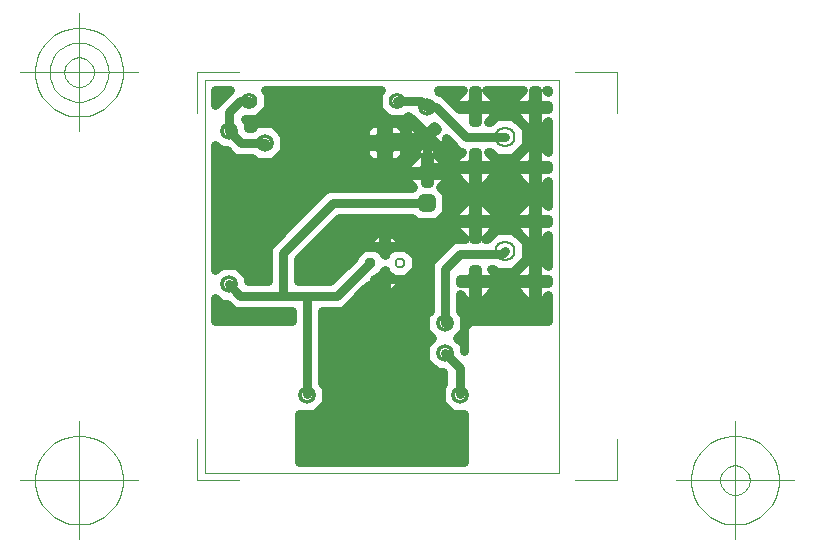
<source format=gbr>
G04 Generated by Ultiboard 10.0 *
%FSLAX25Y25*%
%MOIN*%

%ADD25C,0.03000*%
%ADD22C,0.00394*%
%ADD23C,0.00004*%
%ADD44C,0.06224X0.04724*%
%ADD45C,0.07012X0.05512*%
%ADD36C,0.05906X0.03543*%
%ADD34C,0.05512X0.03150*%
%ADD37R,0.05906X0.05906X0.03543*%
%ADD38R,0.02083X0.02083X0.03917*%
%ADD18C,0.03917*%
%ADD29C,0.06334X0.03500*%
%ADD46C,0.03762X0.02362*%


G04 ColorRGB 0000FF for the following layer *
%LNCopper Bottom*%
%LPD*%
%FSLAX25Y25*%
%MOIN*%
G54D25*
X3500Y122677D02*
X3500Y127500D01*
X3500Y127500D02*
X8323Y127500D01*
X8323Y127500D02*
X3500Y122677D01*
G36*
X3500Y122677D02*
X3500Y127500D01*
X8323Y127500D01*
X3500Y122677D01*
G37*
X3500Y122677D02*
X3500Y127500D01*
X3500Y127500D02*
X8323Y127500D01*
X8323Y127500D02*
X3500Y122677D01*
X21043Y122177D02*
X21043Y126591D01*
X21043Y126591D02*
X20135Y127500D01*
X20135Y127500D02*
X38500Y127500D01*
X38500Y127500D02*
X38500Y122177D01*
X38500Y122177D02*
X21043Y122177D01*
G36*
X21043Y122177D02*
X21043Y126591D01*
X20135Y127500D01*
X38500Y127500D01*
X38500Y122177D01*
X21043Y122177D01*
G37*
X21043Y122177D02*
X21043Y126591D01*
X21043Y126591D02*
X20135Y127500D01*
X20135Y127500D02*
X38500Y127500D01*
X38500Y127500D02*
X38500Y122177D01*
X38500Y122177D02*
X21043Y122177D01*
X58653Y127500D02*
X57744Y126591D01*
X57744Y126591D02*
X57744Y121409D01*
X57744Y121409D02*
X59224Y119929D01*
X59224Y119929D02*
X38500Y119929D01*
X38500Y119929D02*
X38500Y127500D01*
X38500Y127500D02*
X58653Y127500D01*
G36*
X58653Y127500D02*
X57744Y126591D01*
X57744Y121409D01*
X59224Y119929D01*
X38500Y119929D01*
X38500Y127500D01*
X58653Y127500D01*
G37*
X58653Y127500D02*
X57744Y126591D01*
X57744Y126591D02*
X57744Y121409D01*
X57744Y121409D02*
X59224Y119929D01*
X59224Y119929D02*
X38500Y119929D01*
X38500Y119929D02*
X38500Y127500D01*
X38500Y127500D02*
X58653Y127500D01*
X78126Y127000D02*
X77626Y127500D01*
X77626Y127500D02*
X79500Y127500D01*
X79500Y127500D02*
X79500Y126571D01*
X79500Y126571D02*
X79071Y127000D01*
X79071Y127000D02*
X78126Y127000D01*
G36*
X78126Y127000D02*
X77626Y127500D01*
X79500Y127500D01*
X79500Y126571D01*
X79071Y127000D01*
X78126Y127000D01*
G37*
X78126Y127000D02*
X77626Y127500D01*
X77626Y127500D02*
X79500Y127500D01*
X79500Y127500D02*
X79500Y126571D01*
X79500Y126571D02*
X79071Y127000D01*
X79071Y127000D02*
X78126Y127000D01*
X86149Y127500D02*
X83388Y124739D01*
X83388Y124739D02*
X83388Y122685D01*
X83388Y122685D02*
X87261Y122685D01*
X87261Y122685D02*
X87261Y121315D01*
X87261Y121315D02*
X84756Y121315D01*
X84756Y121315D02*
X79500Y126571D01*
X79500Y126571D02*
X79500Y127500D01*
X79500Y127500D02*
X86149Y127500D01*
G36*
X86149Y127500D02*
X83388Y124739D01*
X83388Y122685D01*
X87261Y122685D01*
X87261Y121315D01*
X84756Y121315D01*
X79500Y126571D01*
X79500Y127500D01*
X86149Y127500D01*
G37*
X86149Y127500D02*
X83388Y124739D01*
X83388Y124739D02*
X83388Y122685D01*
X83388Y122685D02*
X87261Y122685D01*
X87261Y122685D02*
X87261Y121315D01*
X87261Y121315D02*
X84756Y121315D01*
X84756Y121315D02*
X79500Y126571D01*
X79500Y126571D02*
X79500Y127500D01*
X79500Y127500D02*
X86149Y127500D01*
X90685Y127500D02*
X90685Y122685D01*
X90685Y122685D02*
X92739Y122685D01*
X92739Y122685D02*
X92739Y121315D01*
X92739Y121315D02*
X90685Y121315D01*
X90685Y121315D02*
X90685Y119261D01*
X90685Y119261D02*
X89315Y119261D01*
X89315Y119261D02*
X89315Y121315D01*
X89315Y121315D02*
X87261Y121315D01*
X87261Y121315D02*
X87261Y122685D01*
X87261Y122685D02*
X89315Y122685D01*
X89315Y122685D02*
X89315Y127500D01*
X89315Y127500D02*
X90685Y127500D01*
G36*
X90685Y127500D02*
X90685Y122685D01*
X92739Y122685D01*
X92739Y121315D01*
X90685Y121315D01*
X90685Y119261D01*
X89315Y119261D01*
X89315Y121315D01*
X87261Y121315D01*
X87261Y122685D01*
X89315Y122685D01*
X89315Y127500D01*
X90685Y127500D01*
G37*
X90685Y127500D02*
X90685Y122685D01*
X90685Y122685D02*
X92739Y122685D01*
X92739Y122685D02*
X92739Y121315D01*
X92739Y121315D02*
X90685Y121315D01*
X90685Y121315D02*
X90685Y119261D01*
X90685Y119261D02*
X89315Y119261D01*
X89315Y119261D02*
X89315Y121315D01*
X89315Y121315D02*
X87261Y121315D01*
X87261Y121315D02*
X87261Y122685D01*
X87261Y122685D02*
X89315Y122685D01*
X89315Y122685D02*
X89315Y127500D01*
X89315Y127500D02*
X90685Y127500D01*
X106149Y127500D02*
X103388Y124739D01*
X103388Y124739D02*
X103388Y122685D01*
X103388Y122685D02*
X107261Y122685D01*
X107261Y122685D02*
X107261Y121315D01*
X107261Y121315D02*
X103388Y121315D01*
X103388Y121315D02*
X103388Y119261D01*
X103388Y119261D02*
X96612Y119261D01*
X96612Y119261D02*
X96612Y121315D01*
X96612Y121315D02*
X92739Y121315D01*
X92739Y121315D02*
X92739Y122685D01*
X92739Y122685D02*
X96612Y122685D01*
X96612Y122685D02*
X96612Y124739D01*
X96612Y124739D02*
X93851Y127500D01*
X93851Y127500D02*
X106149Y127500D01*
G36*
X106149Y127500D02*
X103388Y124739D01*
X103388Y122685D01*
X107261Y122685D01*
X107261Y121315D01*
X103388Y121315D01*
X103388Y119261D01*
X96612Y119261D01*
X96612Y121315D01*
X92739Y121315D01*
X92739Y122685D01*
X96612Y122685D01*
X96612Y124739D01*
X93851Y127500D01*
X106149Y127500D01*
G37*
X106149Y127500D02*
X103388Y124739D01*
X103388Y124739D02*
X103388Y122685D01*
X103388Y122685D02*
X107261Y122685D01*
X107261Y122685D02*
X107261Y121315D01*
X107261Y121315D02*
X103388Y121315D01*
X103388Y121315D02*
X103388Y119261D01*
X103388Y119261D02*
X96612Y119261D01*
X96612Y119261D02*
X96612Y121315D01*
X96612Y121315D02*
X92739Y121315D01*
X92739Y121315D02*
X92739Y122685D01*
X92739Y122685D02*
X96612Y122685D01*
X96612Y122685D02*
X96612Y124739D01*
X96612Y124739D02*
X93851Y127500D01*
X93851Y127500D02*
X106149Y127500D01*
X110685Y127500D02*
X110685Y124739D01*
X110685Y124739D02*
X109315Y124739D01*
X109315Y124739D02*
X109315Y127500D01*
X109315Y127500D02*
X110685Y127500D01*
G36*
X110685Y127500D02*
X110685Y124739D01*
X109315Y124739D01*
X109315Y127500D01*
X110685Y127500D01*
G37*
X110685Y127500D02*
X110685Y124739D01*
X110685Y124739D02*
X109315Y124739D01*
X109315Y124739D02*
X109315Y127500D01*
X109315Y127500D02*
X110685Y127500D01*
X110685Y124739D02*
X110685Y122685D01*
X110685Y122685D02*
X114500Y122685D01*
X114500Y122685D02*
X114500Y121315D01*
X114500Y121315D02*
X110685Y121315D01*
X110685Y121315D02*
X110685Y119261D01*
X110685Y119261D02*
X109315Y119261D01*
X109315Y119261D02*
X109315Y121315D01*
X109315Y121315D02*
X107261Y121315D01*
X107261Y121315D02*
X107261Y122685D01*
X107261Y122685D02*
X109315Y122685D01*
X109315Y122685D02*
X109315Y124739D01*
X109315Y124739D02*
X110685Y124739D01*
G36*
X110685Y124739D02*
X110685Y122685D01*
X114500Y122685D01*
X114500Y121315D01*
X110685Y121315D01*
X110685Y119261D01*
X109315Y119261D01*
X109315Y121315D01*
X107261Y121315D01*
X107261Y122685D01*
X109315Y122685D01*
X109315Y124739D01*
X110685Y124739D01*
G37*
X110685Y124739D02*
X110685Y122685D01*
X110685Y122685D02*
X114500Y122685D01*
X114500Y122685D02*
X114500Y121315D01*
X114500Y121315D02*
X110685Y121315D01*
X110685Y121315D02*
X110685Y119261D01*
X110685Y119261D02*
X109315Y119261D01*
X109315Y119261D02*
X109315Y121315D01*
X109315Y121315D02*
X107261Y121315D01*
X107261Y121315D02*
X107261Y122685D01*
X107261Y122685D02*
X109315Y122685D01*
X109315Y122685D02*
X109315Y124739D01*
X109315Y124739D02*
X110685Y124739D01*
X114500Y126851D02*
X113851Y127500D01*
X113851Y127500D02*
X114500Y127500D01*
X114500Y127500D02*
X114500Y126851D01*
G36*
X114500Y126851D02*
X113851Y127500D01*
X114500Y127500D01*
X114500Y126851D01*
G37*
X114500Y126851D02*
X113851Y127500D01*
X113851Y127500D02*
X114500Y127500D01*
X114500Y127500D02*
X114500Y126851D01*
X59224Y119929D02*
X61409Y117744D01*
X61409Y117744D02*
X64403Y117744D01*
X64403Y117744D02*
X64403Y116453D01*
X64403Y116453D02*
X61101Y116453D01*
X61101Y116453D02*
X61101Y111101D01*
X61101Y111101D02*
X64403Y111101D01*
X64403Y111101D02*
X64403Y108899D01*
X64403Y108899D02*
X61101Y108899D01*
X61101Y108899D02*
X61101Y105597D01*
X61101Y105597D02*
X58899Y105597D01*
X58899Y105597D02*
X58899Y108899D01*
X58899Y108899D02*
X55597Y108899D01*
X55597Y108899D02*
X55597Y111101D01*
X55597Y111101D02*
X58899Y111101D01*
X58899Y111101D02*
X58899Y116453D01*
X58899Y116453D02*
X55597Y116453D01*
X55597Y116453D02*
X55597Y119929D01*
X55597Y119929D02*
X59224Y119929D01*
G36*
X59224Y119929D02*
X61409Y117744D01*
X64403Y117744D01*
X64403Y116453D01*
X61101Y116453D01*
X61101Y111101D01*
X64403Y111101D01*
X64403Y108899D01*
X61101Y108899D01*
X61101Y105597D01*
X58899Y105597D01*
X58899Y108899D01*
X55597Y108899D01*
X55597Y111101D01*
X58899Y111101D01*
X58899Y116453D01*
X55597Y116453D01*
X55597Y119929D01*
X59224Y119929D01*
G37*
X59224Y119929D02*
X61409Y117744D01*
X61409Y117744D02*
X64403Y117744D01*
X64403Y117744D02*
X64403Y116453D01*
X64403Y116453D02*
X61101Y116453D01*
X61101Y116453D02*
X61101Y111101D01*
X61101Y111101D02*
X64403Y111101D01*
X64403Y111101D02*
X64403Y108899D01*
X64403Y108899D02*
X61101Y108899D01*
X61101Y108899D02*
X61101Y105597D01*
X61101Y105597D02*
X58899Y105597D01*
X58899Y105597D02*
X58899Y108899D01*
X58899Y108899D02*
X55597Y108899D01*
X55597Y108899D02*
X55597Y111101D01*
X55597Y111101D02*
X58899Y111101D01*
X58899Y111101D02*
X58899Y116453D01*
X58899Y116453D02*
X55597Y116453D01*
X55597Y116453D02*
X55597Y119929D01*
X55597Y119929D02*
X59224Y119929D01*
X53547Y105597D02*
X55597Y103547D01*
X55597Y103547D02*
X58899Y103547D01*
X58899Y103547D02*
X58899Y105597D01*
X58899Y105597D02*
X61101Y105597D01*
X61101Y105597D02*
X61101Y103547D01*
X61101Y103547D02*
X64403Y103547D01*
X64403Y103547D02*
X64403Y95000D01*
X64403Y95000D02*
X40679Y95000D01*
X40679Y95000D02*
X38500Y92821D01*
X38500Y92821D02*
X38500Y105597D01*
X38500Y105597D02*
X53547Y105597D01*
G36*
X53547Y105597D02*
X55597Y103547D01*
X58899Y103547D01*
X58899Y105597D01*
X61101Y105597D01*
X61101Y103547D01*
X64403Y103547D01*
X64403Y95000D01*
X40679Y95000D01*
X38500Y92821D01*
X38500Y105597D01*
X53547Y105597D01*
G37*
X53547Y105597D02*
X55597Y103547D01*
X55597Y103547D02*
X58899Y103547D01*
X58899Y103547D02*
X58899Y105597D01*
X58899Y105597D02*
X61101Y105597D01*
X61101Y105597D02*
X61101Y103547D01*
X61101Y103547D02*
X64403Y103547D01*
X64403Y103547D02*
X64403Y95000D01*
X64403Y95000D02*
X40679Y95000D01*
X40679Y95000D02*
X38500Y92821D01*
X38500Y92821D02*
X38500Y105597D01*
X38500Y105597D02*
X53547Y105597D01*
X64403Y117744D02*
X66591Y117744D01*
X66591Y117744D02*
X67847Y119000D01*
X67847Y119000D02*
X67874Y119000D01*
X67874Y119000D02*
X68965Y117910D01*
X68965Y117910D02*
X68965Y116248D01*
X68965Y116248D02*
X67547Y114830D01*
X67547Y114830D02*
X67547Y109485D01*
X67547Y109485D02*
X68965Y108067D01*
X68965Y108067D02*
X68965Y107122D01*
X68965Y107122D02*
X66453Y107122D01*
X66453Y107122D02*
X66453Y108899D01*
X66453Y108899D02*
X64403Y108899D01*
X64403Y108899D02*
X64403Y111101D01*
X64403Y111101D02*
X66453Y111101D01*
X66453Y111101D02*
X66453Y114403D01*
X66453Y114403D02*
X64403Y116453D01*
X64403Y116453D02*
X64403Y117744D01*
G36*
X64403Y117744D02*
X66591Y117744D01*
X67847Y119000D01*
X67874Y119000D01*
X68965Y117910D01*
X68965Y116248D01*
X67547Y114830D01*
X67547Y109485D01*
X68965Y108067D01*
X68965Y107122D01*
X66453Y107122D01*
X66453Y108899D01*
X64403Y108899D01*
X64403Y111101D01*
X66453Y111101D01*
X66453Y114403D01*
X64403Y116453D01*
X64403Y117744D01*
G37*
X64403Y117744D02*
X66591Y117744D01*
X66591Y117744D02*
X67847Y119000D01*
X67847Y119000D02*
X67874Y119000D01*
X67874Y119000D02*
X68965Y117910D01*
X68965Y117910D02*
X68965Y116248D01*
X68965Y116248D02*
X67547Y114830D01*
X67547Y114830D02*
X67547Y109485D01*
X67547Y109485D02*
X68965Y108067D01*
X68965Y108067D02*
X68965Y107122D01*
X68965Y107122D02*
X66453Y107122D01*
X66453Y107122D02*
X66453Y108899D01*
X66453Y108899D02*
X64403Y108899D01*
X64403Y108899D02*
X64403Y111101D01*
X64403Y111101D02*
X66453Y111101D01*
X66453Y111101D02*
X66453Y114403D01*
X66453Y114403D02*
X64403Y116453D01*
X64403Y116453D02*
X64403Y117744D01*
X74690Y102762D02*
X74690Y100690D01*
X74690Y100690D02*
X79500Y100690D01*
X79500Y100690D02*
X79500Y99310D01*
X79500Y99310D02*
X74690Y99310D01*
X74690Y99310D02*
X74690Y97238D01*
X74690Y97238D02*
X73310Y97238D01*
X73310Y97238D02*
X73310Y99310D01*
X73310Y99310D02*
X67333Y99310D01*
X67333Y99310D02*
X67333Y97238D01*
X67333Y97238D02*
X64403Y97238D01*
X64403Y97238D02*
X64403Y102762D01*
X64403Y102762D02*
X67333Y102762D01*
X67333Y102762D02*
X67333Y100690D01*
X67333Y100690D02*
X73310Y100690D01*
X73310Y100690D02*
X73310Y102762D01*
X73310Y102762D02*
X74690Y102762D01*
G36*
X74690Y102762D02*
X74690Y100690D01*
X79500Y100690D01*
X79500Y99310D01*
X74690Y99310D01*
X74690Y97238D01*
X73310Y97238D01*
X73310Y99310D01*
X67333Y99310D01*
X67333Y97238D01*
X64403Y97238D01*
X64403Y102762D01*
X67333Y102762D01*
X67333Y100690D01*
X73310Y100690D01*
X73310Y102762D01*
X74690Y102762D01*
G37*
X74690Y102762D02*
X74690Y100690D01*
X74690Y100690D02*
X79500Y100690D01*
X79500Y100690D02*
X79500Y99310D01*
X79500Y99310D02*
X74690Y99310D01*
X74690Y99310D02*
X74690Y97238D01*
X74690Y97238D02*
X73310Y97238D01*
X73310Y97238D02*
X73310Y99310D01*
X73310Y99310D02*
X67333Y99310D01*
X67333Y99310D02*
X67333Y97238D01*
X67333Y97238D02*
X64403Y97238D01*
X64403Y97238D02*
X64403Y102762D01*
X64403Y102762D02*
X67333Y102762D01*
X67333Y102762D02*
X67333Y100690D01*
X67333Y100690D02*
X73310Y100690D01*
X73310Y100690D02*
X73310Y102762D01*
X73310Y102762D02*
X74690Y102762D01*
X67333Y97238D02*
X69384Y95187D01*
X69384Y95187D02*
X69198Y95000D01*
X69198Y95000D02*
X64403Y95000D01*
X64403Y95000D02*
X64403Y97238D01*
X64403Y97238D02*
X67333Y97238D01*
G36*
X67333Y97238D02*
X69384Y95187D01*
X69198Y95000D01*
X64403Y95000D01*
X64403Y97238D01*
X67333Y97238D01*
G37*
X67333Y97238D02*
X69384Y95187D01*
X69384Y95187D02*
X69198Y95000D01*
X69198Y95000D02*
X64403Y95000D01*
X64403Y95000D02*
X64403Y97238D01*
X64403Y97238D02*
X67333Y97238D01*
X69910Y107122D02*
X70802Y106230D01*
X70802Y106230D02*
X67333Y102762D01*
X67333Y102762D02*
X64403Y102762D01*
X64403Y102762D02*
X64403Y103547D01*
X64403Y103547D02*
X66453Y105597D01*
X66453Y105597D02*
X66453Y107122D01*
X66453Y107122D02*
X69910Y107122D01*
G36*
X69910Y107122D02*
X70802Y106230D01*
X67333Y102762D01*
X64403Y102762D01*
X64403Y103547D01*
X66453Y105597D01*
X66453Y107122D01*
X69910Y107122D01*
G37*
X69910Y107122D02*
X70802Y106230D01*
X70802Y106230D02*
X67333Y102762D01*
X67333Y102762D02*
X64403Y102762D01*
X64403Y102762D02*
X64403Y103547D01*
X64403Y103547D02*
X66453Y105597D01*
X66453Y105597D02*
X66453Y107122D01*
X66453Y107122D02*
X69910Y107122D01*
X62229Y80381D02*
X60557Y80381D01*
X60557Y80381D02*
X60557Y75557D01*
X60557Y75557D02*
X62229Y75557D01*
X62229Y75557D02*
X62229Y74839D01*
X62229Y74839D02*
X61833Y74443D01*
X61833Y74443D02*
X60557Y74443D01*
X60557Y74443D02*
X60557Y73167D01*
X60557Y73167D02*
X60000Y72610D01*
X60000Y72610D02*
X59443Y73167D01*
X59443Y73167D02*
X59443Y74443D01*
X59443Y74443D02*
X58167Y74443D01*
X58167Y74443D02*
X57229Y75381D01*
X57229Y75381D02*
X56939Y75381D01*
X56939Y75381D02*
X56939Y75557D01*
X56939Y75557D02*
X59443Y75557D01*
X59443Y75557D02*
X59443Y80381D01*
X59443Y80381D02*
X57771Y80381D01*
X57771Y80381D02*
X56939Y79549D01*
X56939Y79549D02*
X56939Y85000D01*
X56939Y85000D02*
X62229Y85000D01*
X62229Y85000D02*
X62229Y80381D01*
G36*
X62229Y80381D02*
X60557Y80381D01*
X60557Y75557D01*
X62229Y75557D01*
X62229Y74839D01*
X61833Y74443D01*
X60557Y74443D01*
X60557Y73167D01*
X60000Y72610D01*
X59443Y73167D01*
X59443Y74443D01*
X58167Y74443D01*
X57229Y75381D01*
X56939Y75381D01*
X56939Y75557D01*
X59443Y75557D01*
X59443Y80381D01*
X57771Y80381D01*
X56939Y79549D01*
X56939Y85000D01*
X62229Y85000D01*
X62229Y80381D01*
G37*
X62229Y80381D02*
X60557Y80381D01*
X60557Y80381D02*
X60557Y75557D01*
X60557Y75557D02*
X62229Y75557D01*
X62229Y75557D02*
X62229Y74839D01*
X62229Y74839D02*
X61833Y74443D01*
X61833Y74443D02*
X60557Y74443D01*
X60557Y74443D02*
X60557Y73167D01*
X60557Y73167D02*
X60000Y72610D01*
X60000Y72610D02*
X59443Y73167D01*
X59443Y73167D02*
X59443Y74443D01*
X59443Y74443D02*
X58167Y74443D01*
X58167Y74443D02*
X57229Y75381D01*
X57229Y75381D02*
X56939Y75381D01*
X56939Y75381D02*
X56939Y75557D01*
X56939Y75557D02*
X59443Y75557D01*
X59443Y75557D02*
X59443Y80381D01*
X59443Y80381D02*
X57771Y80381D01*
X57771Y80381D02*
X56939Y79549D01*
X56939Y79549D02*
X56939Y85000D01*
X56939Y85000D02*
X62229Y85000D01*
X62229Y85000D02*
X62229Y80381D01*
X62229Y75557D02*
X65381Y75557D01*
X65381Y75557D02*
X65381Y77229D01*
X65381Y77229D02*
X62229Y80381D01*
X62229Y80381D02*
X62229Y85000D01*
X62229Y85000D02*
X69198Y85000D01*
X69198Y85000D02*
X70698Y83500D01*
X70698Y83500D02*
X77302Y83500D01*
X77302Y83500D02*
X79500Y85698D01*
X79500Y85698D02*
X79500Y74571D01*
X79500Y74571D02*
X76868Y71939D01*
X76868Y71939D02*
X70381Y71939D01*
X70381Y71939D02*
X70381Y72229D01*
X70381Y72229D02*
X67229Y75381D01*
X67229Y75381D02*
X62771Y75381D01*
X62771Y75381D02*
X62229Y74839D01*
X62229Y74839D02*
X62229Y75557D01*
G36*
X62229Y75557D02*
X65381Y75557D01*
X65381Y77229D01*
X62229Y80381D01*
X62229Y85000D01*
X69198Y85000D01*
X70698Y83500D01*
X77302Y83500D01*
X79500Y85698D01*
X79500Y74571D01*
X76868Y71939D01*
X70381Y71939D01*
X70381Y72229D01*
X67229Y75381D01*
X62771Y75381D01*
X62229Y74839D01*
X62229Y75557D01*
G37*
X62229Y75557D02*
X65381Y75557D01*
X65381Y75557D02*
X65381Y77229D01*
X65381Y77229D02*
X62229Y80381D01*
X62229Y80381D02*
X62229Y85000D01*
X62229Y85000D02*
X69198Y85000D01*
X69198Y85000D02*
X70698Y83500D01*
X70698Y83500D02*
X77302Y83500D01*
X77302Y83500D02*
X79500Y85698D01*
X79500Y85698D02*
X79500Y74571D01*
X79500Y74571D02*
X76868Y71939D01*
X76868Y71939D02*
X70381Y71939D01*
X70381Y71939D02*
X70381Y72229D01*
X70381Y72229D02*
X67229Y75381D01*
X67229Y75381D02*
X62771Y75381D01*
X62771Y75381D02*
X62229Y74839D01*
X62229Y74839D02*
X62229Y75557D01*
X60557Y66833D02*
X60557Y65557D01*
X60557Y65557D02*
X61833Y65557D01*
X61833Y65557D02*
X62229Y65161D01*
X62229Y65161D02*
X62229Y64443D01*
X62229Y64443D02*
X60557Y64443D01*
X60557Y64443D02*
X60557Y61071D01*
X60557Y61071D02*
X59443Y61071D01*
X59443Y61071D02*
X59443Y64443D01*
X59443Y64443D02*
X56939Y64443D01*
X56939Y64443D02*
X56939Y64619D01*
X56939Y64619D02*
X57229Y64619D01*
X57229Y64619D02*
X58167Y65557D01*
X58167Y65557D02*
X59443Y65557D01*
X59443Y65557D02*
X59443Y66833D01*
X59443Y66833D02*
X60000Y67390D01*
X60000Y67390D02*
X60557Y66833D01*
G36*
X60557Y66833D02*
X60557Y65557D01*
X61833Y65557D01*
X62229Y65161D01*
X62229Y64443D01*
X60557Y64443D01*
X60557Y61071D01*
X59443Y61071D01*
X59443Y64443D01*
X56939Y64443D01*
X56939Y64619D01*
X57229Y64619D01*
X58167Y65557D01*
X59443Y65557D01*
X59443Y66833D01*
X60000Y67390D01*
X60557Y66833D01*
G37*
X60557Y66833D02*
X60557Y65557D01*
X60557Y65557D02*
X61833Y65557D01*
X61833Y65557D02*
X62229Y65161D01*
X62229Y65161D02*
X62229Y64443D01*
X62229Y64443D02*
X60557Y64443D01*
X60557Y64443D02*
X60557Y61071D01*
X60557Y61071D02*
X59443Y61071D01*
X59443Y61071D02*
X59443Y64443D01*
X59443Y64443D02*
X56939Y64443D01*
X56939Y64443D02*
X56939Y64619D01*
X56939Y64619D02*
X57229Y64619D01*
X57229Y64619D02*
X58167Y65557D01*
X58167Y65557D02*
X59443Y65557D01*
X59443Y65557D02*
X59443Y66833D01*
X59443Y66833D02*
X60000Y67390D01*
X60000Y67390D02*
X60557Y66833D01*
X63681Y61071D02*
X65381Y62771D01*
X65381Y62771D02*
X65381Y64443D01*
X65381Y64443D02*
X62229Y64443D01*
X62229Y64443D02*
X62229Y65161D01*
X62229Y65161D02*
X62771Y64619D01*
X62771Y64619D02*
X67229Y64619D01*
X67229Y64619D02*
X70381Y67771D01*
X70381Y67771D02*
X70381Y71939D01*
X70381Y71939D02*
X76868Y71939D01*
X76868Y71939D02*
X75000Y70071D01*
X75000Y70071D02*
X75000Y61071D01*
X75000Y61071D02*
X63681Y61071D01*
G36*
X63681Y61071D02*
X65381Y62771D01*
X65381Y64443D01*
X62229Y64443D01*
X62229Y65161D01*
X62771Y64619D01*
X67229Y64619D01*
X70381Y67771D01*
X70381Y71939D01*
X76868Y71939D01*
X75000Y70071D01*
X75000Y61071D01*
X63681Y61071D01*
G37*
X63681Y61071D02*
X65381Y62771D01*
X65381Y62771D02*
X65381Y64443D01*
X65381Y64443D02*
X62229Y64443D01*
X62229Y64443D02*
X62229Y65161D01*
X62229Y65161D02*
X62771Y64619D01*
X62771Y64619D02*
X67229Y64619D01*
X67229Y64619D02*
X70381Y67771D01*
X70381Y67771D02*
X70381Y71939D01*
X70381Y71939D02*
X76868Y71939D01*
X76868Y71939D02*
X75000Y70071D01*
X75000Y70071D02*
X75000Y61071D01*
X75000Y61071D02*
X63681Y61071D01*
X56319Y61071D02*
X57771Y59619D01*
X57771Y59619D02*
X59443Y59619D01*
X59443Y59619D02*
X59443Y61071D01*
X59443Y61071D02*
X60557Y61071D01*
X60557Y61071D02*
X60557Y59619D01*
X60557Y59619D02*
X62229Y59619D01*
X62229Y59619D02*
X63681Y61071D01*
X63681Y61071D02*
X75000Y61071D01*
X75000Y61071D02*
X75000Y53968D01*
X75000Y53968D02*
X73547Y52515D01*
X73547Y52515D02*
X73547Y47170D01*
X73547Y47170D02*
X75796Y44921D01*
X75796Y44921D02*
X73708Y42833D01*
X73708Y42833D02*
X39100Y42833D01*
X39100Y42833D02*
X39100Y54000D01*
X39100Y54000D02*
X46071Y54000D01*
X46071Y54000D02*
X53142Y61071D01*
X53142Y61071D02*
X56319Y61071D01*
G36*
X56319Y61071D02*
X57771Y59619D01*
X59443Y59619D01*
X59443Y61071D01*
X60557Y61071D01*
X60557Y59619D01*
X62229Y59619D01*
X63681Y61071D01*
X75000Y61071D01*
X75000Y53968D01*
X73547Y52515D01*
X73547Y47170D01*
X75796Y44921D01*
X73708Y42833D01*
X39100Y42833D01*
X39100Y54000D01*
X46071Y54000D01*
X53142Y61071D01*
X56319Y61071D01*
G37*
X56319Y61071D02*
X57771Y59619D01*
X57771Y59619D02*
X59443Y59619D01*
X59443Y59619D02*
X59443Y61071D01*
X59443Y61071D02*
X60557Y61071D01*
X60557Y61071D02*
X60557Y59619D01*
X60557Y59619D02*
X62229Y59619D01*
X62229Y59619D02*
X63681Y61071D01*
X63681Y61071D02*
X75000Y61071D01*
X75000Y61071D02*
X75000Y53968D01*
X75000Y53968D02*
X73547Y52515D01*
X73547Y52515D02*
X73547Y47170D01*
X73547Y47170D02*
X75796Y44921D01*
X75796Y44921D02*
X73708Y42833D01*
X73708Y42833D02*
X39100Y42833D01*
X39100Y42833D02*
X39100Y54000D01*
X39100Y54000D02*
X46071Y54000D01*
X46071Y54000D02*
X53142Y61071D01*
X53142Y61071D02*
X56319Y61071D01*
X38500Y21374D02*
X40453Y23327D01*
X40453Y23327D02*
X40453Y28673D01*
X40453Y28673D02*
X39100Y30026D01*
X39100Y30026D02*
X39100Y42833D01*
X39100Y42833D02*
X73708Y42833D01*
X73708Y42833D02*
X73547Y42673D01*
X73547Y42673D02*
X73547Y37327D01*
X73547Y37327D02*
X77327Y33547D01*
X77327Y33547D02*
X79382Y33547D01*
X79382Y33547D02*
X79500Y33429D01*
X79500Y33429D02*
X79500Y29444D01*
X79500Y29444D02*
X78728Y28673D01*
X78728Y28673D02*
X78728Y23327D01*
X78728Y23327D02*
X79500Y22556D01*
X79500Y22556D02*
X79500Y3500D01*
X79500Y3500D02*
X38500Y3500D01*
X38500Y3500D02*
X38500Y21374D01*
G36*
X38500Y21374D02*
X40453Y23327D01*
X40453Y28673D01*
X39100Y30026D01*
X39100Y42833D01*
X73708Y42833D01*
X73547Y42673D01*
X73547Y37327D01*
X77327Y33547D01*
X79382Y33547D01*
X79500Y33429D01*
X79500Y29444D01*
X78728Y28673D01*
X78728Y23327D01*
X79500Y22556D01*
X79500Y3500D01*
X38500Y3500D01*
X38500Y21374D01*
G37*
X38500Y21374D02*
X40453Y23327D01*
X40453Y23327D02*
X40453Y28673D01*
X40453Y28673D02*
X39100Y30026D01*
X39100Y30026D02*
X39100Y42833D01*
X39100Y42833D02*
X73708Y42833D01*
X73708Y42833D02*
X73547Y42673D01*
X73547Y42673D02*
X73547Y37327D01*
X73547Y37327D02*
X77327Y33547D01*
X77327Y33547D02*
X79382Y33547D01*
X79382Y33547D02*
X79500Y33429D01*
X79500Y33429D02*
X79500Y29444D01*
X79500Y29444D02*
X78728Y28673D01*
X78728Y28673D02*
X78728Y23327D01*
X78728Y23327D02*
X79500Y22556D01*
X79500Y22556D02*
X79500Y3500D01*
X79500Y3500D02*
X38500Y3500D01*
X38500Y3500D02*
X38500Y21374D01*
X14453Y64890D02*
X14453Y65492D01*
X14453Y65492D02*
X10673Y69272D01*
X10673Y69272D02*
X5327Y69272D01*
X5327Y69272D02*
X3500Y67444D01*
X3500Y67444D02*
X3500Y88167D01*
X3500Y88167D02*
X33846Y88167D01*
X33846Y88167D02*
X21000Y75321D01*
X21000Y75321D02*
X21000Y64890D01*
X21000Y64890D02*
X14453Y64890D01*
G36*
X14453Y64890D02*
X14453Y65492D01*
X10673Y69272D01*
X5327Y69272D01*
X3500Y67444D01*
X3500Y88167D01*
X33846Y88167D01*
X21000Y75321D01*
X21000Y64890D01*
X14453Y64890D01*
G37*
X14453Y64890D02*
X14453Y65492D01*
X14453Y65492D02*
X10673Y69272D01*
X10673Y69272D02*
X5327Y69272D01*
X5327Y69272D02*
X3500Y67444D01*
X3500Y67444D02*
X3500Y88167D01*
X3500Y88167D02*
X33846Y88167D01*
X33846Y88167D02*
X21000Y75321D01*
X21000Y75321D02*
X21000Y64890D01*
X21000Y64890D02*
X14453Y64890D01*
X14453Y64000D02*
X14453Y64890D01*
X14453Y64890D02*
X21000Y64890D01*
X21000Y64890D02*
X21000Y64000D01*
X21000Y64000D02*
X14453Y64000D01*
G36*
X14453Y64000D02*
X14453Y64890D01*
X21000Y64890D01*
X21000Y64000D01*
X14453Y64000D01*
G37*
X14453Y64000D02*
X14453Y64890D01*
X14453Y64890D02*
X21000Y64890D01*
X21000Y64890D02*
X21000Y64000D01*
X21000Y64000D02*
X14453Y64000D01*
X31000Y64890D02*
X31000Y71179D01*
X31000Y71179D02*
X38500Y78679D01*
X38500Y78679D02*
X38500Y64890D01*
X38500Y64890D02*
X31000Y64890D01*
G36*
X31000Y64890D02*
X31000Y71179D01*
X38500Y78679D01*
X38500Y64890D01*
X31000Y64890D01*
G37*
X31000Y64890D02*
X31000Y71179D01*
X31000Y71179D02*
X38500Y78679D01*
X38500Y78679D02*
X38500Y64890D01*
X38500Y64890D02*
X31000Y64890D01*
X31000Y64000D02*
X31000Y64890D01*
X31000Y64890D02*
X38500Y64890D01*
X38500Y64890D02*
X38500Y64000D01*
X38500Y64000D02*
X31000Y64000D01*
G36*
X31000Y64000D02*
X31000Y64890D01*
X38500Y64890D01*
X38500Y64000D01*
X31000Y64000D01*
G37*
X31000Y64000D02*
X31000Y64890D01*
X31000Y64890D02*
X38500Y64890D01*
X38500Y64890D02*
X38500Y64000D01*
X38500Y64000D02*
X31000Y64000D01*
X56939Y79549D02*
X54619Y77229D01*
X54619Y77229D02*
X54619Y75557D01*
X54619Y75557D02*
X56939Y75557D01*
X56939Y75557D02*
X56939Y75381D01*
X56939Y75381D02*
X52771Y75381D01*
X52771Y75381D02*
X49619Y72229D01*
X49619Y72229D02*
X49619Y71690D01*
X49619Y71690D02*
X41929Y64000D01*
X41929Y64000D02*
X38500Y64000D01*
X38500Y64000D02*
X38500Y78679D01*
X38500Y78679D02*
X44821Y85000D01*
X44821Y85000D02*
X56939Y85000D01*
X56939Y85000D02*
X56939Y79549D01*
G36*
X56939Y79549D02*
X54619Y77229D01*
X54619Y75557D01*
X56939Y75557D01*
X56939Y75381D01*
X52771Y75381D01*
X49619Y72229D01*
X49619Y71690D01*
X41929Y64000D01*
X38500Y64000D01*
X38500Y78679D01*
X44821Y85000D01*
X56939Y85000D01*
X56939Y79549D01*
G37*
X56939Y79549D02*
X54619Y77229D01*
X54619Y77229D02*
X54619Y75557D01*
X54619Y75557D02*
X56939Y75557D01*
X56939Y75557D02*
X56939Y75381D01*
X56939Y75381D02*
X52771Y75381D01*
X52771Y75381D02*
X49619Y72229D01*
X49619Y72229D02*
X49619Y71690D01*
X49619Y71690D02*
X41929Y64000D01*
X41929Y64000D02*
X38500Y64000D01*
X38500Y64000D02*
X38500Y78679D01*
X38500Y78679D02*
X44821Y85000D01*
X44821Y85000D02*
X56939Y85000D01*
X56939Y85000D02*
X56939Y79549D01*
X56939Y64443D02*
X56514Y64443D01*
X56514Y64443D02*
X56690Y64619D01*
X56690Y64619D02*
X56939Y64619D01*
X56939Y64619D02*
X56939Y64443D01*
G36*
X56939Y64443D02*
X56514Y64443D01*
X56690Y64619D01*
X56939Y64619D01*
X56939Y64443D01*
G37*
X56939Y64443D02*
X56514Y64443D01*
X56514Y64443D02*
X56690Y64619D01*
X56690Y64619D02*
X56939Y64619D01*
X56939Y64619D02*
X56939Y64443D01*
X54731Y62659D02*
X56319Y61071D01*
X56319Y61071D02*
X53142Y61071D01*
X53142Y61071D02*
X54731Y62659D01*
G36*
X54731Y62659D02*
X56319Y61071D01*
X53142Y61071D01*
X54731Y62659D01*
G37*
X54731Y62659D02*
X56319Y61071D01*
X56319Y61071D02*
X53142Y61071D01*
X53142Y61071D02*
X54731Y62659D01*
X3500Y58193D02*
X5327Y56366D01*
X5327Y56366D02*
X7382Y56366D01*
X7382Y56366D02*
X9748Y54000D01*
X9748Y54000D02*
X29100Y54000D01*
X29100Y54000D02*
X29100Y50500D01*
X29100Y50500D02*
X3500Y50500D01*
X3500Y50500D02*
X3500Y58193D01*
G36*
X3500Y58193D02*
X5327Y56366D01*
X7382Y56366D01*
X9748Y54000D01*
X29100Y54000D01*
X29100Y50500D01*
X3500Y50500D01*
X3500Y58193D01*
G37*
X3500Y58193D02*
X5327Y56366D01*
X5327Y56366D02*
X7382Y56366D01*
X7382Y56366D02*
X9748Y54000D01*
X9748Y54000D02*
X29100Y54000D01*
X29100Y54000D02*
X29100Y50500D01*
X29100Y50500D02*
X3500Y50500D01*
X3500Y50500D02*
X3500Y58193D01*
X31500Y19547D02*
X36673Y19547D01*
X36673Y19547D02*
X38500Y21374D01*
X38500Y21374D02*
X38500Y3500D01*
X38500Y3500D02*
X31500Y3500D01*
X31500Y3500D02*
X31500Y19547D01*
G36*
X31500Y19547D02*
X36673Y19547D01*
X38500Y21374D01*
X38500Y3500D01*
X31500Y3500D01*
X31500Y19547D01*
G37*
X31500Y19547D02*
X36673Y19547D01*
X36673Y19547D02*
X38500Y21374D01*
X38500Y21374D02*
X38500Y3500D01*
X38500Y3500D02*
X31500Y3500D01*
X31500Y3500D02*
X31500Y19547D01*
X13381Y117744D02*
X17379Y117744D01*
X17379Y117744D02*
X21043Y121409D01*
X21043Y121409D02*
X21043Y122177D01*
X21043Y122177D02*
X38500Y122177D01*
X38500Y122177D02*
X38500Y116071D01*
X38500Y116071D02*
X23055Y116071D01*
X23055Y116071D02*
X22673Y116453D01*
X22673Y116453D02*
X17327Y116453D01*
X17327Y116453D02*
X16945Y116071D01*
X16945Y116071D02*
X14453Y116071D01*
X14453Y116071D02*
X14453Y116673D01*
X14453Y116673D02*
X13381Y117744D01*
G36*
X13381Y117744D02*
X17379Y117744D01*
X21043Y121409D01*
X21043Y122177D01*
X38500Y122177D01*
X38500Y116071D01*
X23055Y116071D01*
X22673Y116453D01*
X17327Y116453D01*
X16945Y116071D01*
X14453Y116071D01*
X14453Y116673D01*
X13381Y117744D01*
G37*
X13381Y117744D02*
X17379Y117744D01*
X17379Y117744D02*
X21043Y121409D01*
X21043Y121409D02*
X21043Y122177D01*
X21043Y122177D02*
X38500Y122177D01*
X38500Y122177D02*
X38500Y116071D01*
X38500Y116071D02*
X23055Y116071D01*
X23055Y116071D02*
X22673Y116453D01*
X22673Y116453D02*
X17327Y116453D01*
X17327Y116453D02*
X16945Y116071D01*
X16945Y116071D02*
X14453Y116071D01*
X14453Y116071D02*
X14453Y116673D01*
X14453Y116673D02*
X13381Y117744D01*
X22184Y103547D02*
X22673Y103547D01*
X22673Y103547D02*
X26453Y107327D01*
X26453Y107327D02*
X26453Y112673D01*
X26453Y112673D02*
X23055Y116071D01*
X23055Y116071D02*
X38500Y116071D01*
X38500Y116071D02*
X38500Y92821D01*
X38500Y92821D02*
X33846Y88167D01*
X33846Y88167D02*
X22184Y88167D01*
X22184Y88167D02*
X22184Y103547D01*
G36*
X22184Y103547D02*
X22673Y103547D01*
X26453Y107327D01*
X26453Y112673D01*
X23055Y116071D01*
X38500Y116071D01*
X38500Y92821D01*
X33846Y88167D01*
X22184Y88167D01*
X22184Y103547D01*
G37*
X22184Y103547D02*
X22673Y103547D01*
X22673Y103547D02*
X26453Y107327D01*
X26453Y107327D02*
X26453Y112673D01*
X26453Y112673D02*
X23055Y116071D01*
X23055Y116071D02*
X38500Y116071D01*
X38500Y116071D02*
X38500Y92821D01*
X38500Y92821D02*
X33846Y88167D01*
X33846Y88167D02*
X22184Y88167D01*
X22184Y88167D02*
X22184Y103547D01*
X3500Y109374D02*
X5327Y107547D01*
X5327Y107547D02*
X7382Y107547D01*
X7382Y107547D02*
X7929Y107000D01*
X7929Y107000D02*
X9929Y105000D01*
X9929Y105000D02*
X9929Y88167D01*
X9929Y88167D02*
X3500Y88167D01*
X3500Y88167D02*
X3500Y109374D01*
G36*
X3500Y109374D02*
X5327Y107547D01*
X7382Y107547D01*
X7929Y107000D01*
X9929Y105000D01*
X9929Y88167D01*
X3500Y88167D01*
X3500Y109374D01*
G37*
X3500Y109374D02*
X5327Y107547D01*
X5327Y107547D02*
X7382Y107547D01*
X7382Y107547D02*
X7929Y107000D01*
X7929Y107000D02*
X9929Y105000D01*
X9929Y105000D02*
X9929Y88167D01*
X9929Y88167D02*
X3500Y88167D01*
X3500Y88167D02*
X3500Y109374D01*
X15874Y105000D02*
X17327Y103547D01*
X17327Y103547D02*
X22184Y103547D01*
X22184Y103547D02*
X22184Y88167D01*
X22184Y88167D02*
X9929Y88167D01*
X9929Y88167D02*
X9929Y105000D01*
X9929Y105000D02*
X15874Y105000D01*
G36*
X15874Y105000D02*
X17327Y103547D01*
X22184Y103547D01*
X22184Y88167D01*
X9929Y88167D01*
X9929Y105000D01*
X15874Y105000D01*
G37*
X15874Y105000D02*
X17327Y103547D01*
X17327Y103547D02*
X22184Y103547D01*
X22184Y103547D02*
X22184Y88167D01*
X22184Y88167D02*
X9929Y88167D01*
X9929Y88167D02*
X9929Y105000D01*
X9929Y105000D02*
X15874Y105000D01*
X16945Y116071D02*
X15874Y115000D01*
X15874Y115000D02*
X14453Y115000D01*
X14453Y115000D02*
X14453Y116071D01*
X14453Y116071D02*
X16945Y116071D01*
G36*
X16945Y116071D02*
X15874Y115000D01*
X14453Y115000D01*
X14453Y116071D01*
X16945Y116071D01*
G37*
X16945Y116071D02*
X15874Y115000D01*
X15874Y115000D02*
X14453Y115000D01*
X14453Y115000D02*
X14453Y116071D01*
X14453Y116071D02*
X16945Y116071D01*
X55597Y116453D02*
X53547Y114403D01*
X53547Y114403D02*
X53547Y111101D01*
X53547Y111101D02*
X55597Y111101D01*
X55597Y111101D02*
X55597Y108899D01*
X55597Y108899D02*
X53547Y108899D01*
X53547Y108899D02*
X53547Y105597D01*
X53547Y105597D02*
X38500Y105597D01*
X38500Y105597D02*
X38500Y119929D01*
X38500Y119929D02*
X55597Y119929D01*
X55597Y119929D02*
X55597Y116453D01*
G36*
X55597Y116453D02*
X53547Y114403D01*
X53547Y111101D01*
X55597Y111101D01*
X55597Y108899D01*
X53547Y108899D01*
X53547Y105597D01*
X38500Y105597D01*
X38500Y119929D01*
X55597Y119929D01*
X55597Y116453D01*
G37*
X55597Y116453D02*
X53547Y114403D01*
X53547Y114403D02*
X53547Y111101D01*
X53547Y111101D02*
X55597Y111101D01*
X55597Y111101D02*
X55597Y108899D01*
X55597Y108899D02*
X53547Y108899D01*
X53547Y108899D02*
X53547Y105597D01*
X53547Y105597D02*
X38500Y105597D01*
X38500Y105597D02*
X38500Y119929D01*
X38500Y119929D02*
X55597Y119929D01*
X55597Y119929D02*
X55597Y116453D01*
X85000Y59649D02*
X87261Y57388D01*
X87261Y57388D02*
X89315Y57388D01*
X89315Y57388D02*
X89315Y61261D01*
X89315Y61261D02*
X90685Y61261D01*
X90685Y61261D02*
X90685Y57388D01*
X90685Y57388D02*
X92739Y57388D01*
X92739Y57388D02*
X92739Y50500D01*
X92739Y50500D02*
X88550Y50500D01*
X88550Y50500D02*
X86500Y48450D01*
X86500Y48450D02*
X86500Y42833D01*
X86500Y42833D02*
X86292Y42833D01*
X86292Y42833D02*
X84204Y44921D01*
X84204Y44921D02*
X86453Y47170D01*
X86453Y47170D02*
X86453Y52515D01*
X86453Y52515D02*
X85000Y53968D01*
X85000Y53968D02*
X85000Y59649D01*
G36*
X85000Y59649D02*
X87261Y57388D01*
X89315Y57388D01*
X89315Y61261D01*
X90685Y61261D01*
X90685Y57388D01*
X92739Y57388D01*
X92739Y50500D01*
X88550Y50500D01*
X86500Y48450D01*
X86500Y42833D01*
X86292Y42833D01*
X84204Y44921D01*
X86453Y47170D01*
X86453Y52515D01*
X85000Y53968D01*
X85000Y59649D01*
G37*
X85000Y59649D02*
X87261Y57388D01*
X87261Y57388D02*
X89315Y57388D01*
X89315Y57388D02*
X89315Y61261D01*
X89315Y61261D02*
X90685Y61261D01*
X90685Y61261D02*
X90685Y57388D01*
X90685Y57388D02*
X92739Y57388D01*
X92739Y57388D02*
X92739Y50500D01*
X92739Y50500D02*
X88550Y50500D01*
X88550Y50500D02*
X86500Y48450D01*
X86500Y48450D02*
X86500Y42833D01*
X86500Y42833D02*
X86292Y42833D01*
X86292Y42833D02*
X84204Y44921D01*
X84204Y44921D02*
X86453Y47170D01*
X86453Y47170D02*
X86453Y52515D01*
X86453Y52515D02*
X85000Y53968D01*
X85000Y53968D02*
X85000Y59649D01*
X110685Y66739D02*
X110685Y64685D01*
X110685Y64685D02*
X114500Y64685D01*
X114500Y64685D02*
X114500Y63315D01*
X114500Y63315D02*
X110685Y63315D01*
X110685Y63315D02*
X110685Y61261D01*
X110685Y61261D02*
X109315Y61261D01*
X109315Y61261D02*
X109315Y63315D01*
X109315Y63315D02*
X103388Y63315D01*
X103388Y63315D02*
X103388Y61261D01*
X103388Y61261D02*
X102071Y61261D01*
X102071Y61261D02*
X102071Y66739D01*
X102071Y66739D02*
X103388Y66739D01*
X103388Y66739D02*
X103388Y64685D01*
X103388Y64685D02*
X109315Y64685D01*
X109315Y64685D02*
X109315Y66739D01*
X109315Y66739D02*
X110685Y66739D01*
G36*
X110685Y66739D02*
X110685Y64685D01*
X114500Y64685D01*
X114500Y63315D01*
X110685Y63315D01*
X110685Y61261D01*
X109315Y61261D01*
X109315Y63315D01*
X103388Y63315D01*
X103388Y61261D01*
X102071Y61261D01*
X102071Y66739D01*
X103388Y66739D01*
X103388Y64685D01*
X109315Y64685D01*
X109315Y66739D01*
X110685Y66739D01*
G37*
X110685Y66739D02*
X110685Y64685D01*
X110685Y64685D02*
X114500Y64685D01*
X114500Y64685D02*
X114500Y63315D01*
X114500Y63315D02*
X110685Y63315D01*
X110685Y63315D02*
X110685Y61261D01*
X110685Y61261D02*
X109315Y61261D01*
X109315Y61261D02*
X109315Y63315D01*
X109315Y63315D02*
X103388Y63315D01*
X103388Y63315D02*
X103388Y61261D01*
X103388Y61261D02*
X102071Y61261D01*
X102071Y61261D02*
X102071Y66739D01*
X102071Y66739D02*
X103388Y66739D01*
X103388Y66739D02*
X103388Y64685D01*
X103388Y64685D02*
X109315Y64685D01*
X109315Y64685D02*
X109315Y66739D01*
X109315Y66739D02*
X110685Y66739D01*
X103388Y61261D02*
X107261Y57388D01*
X107261Y57388D02*
X109315Y57388D01*
X109315Y57388D02*
X109315Y61261D01*
X109315Y61261D02*
X110685Y61261D01*
X110685Y61261D02*
X110685Y57388D01*
X110685Y57388D02*
X112739Y57388D01*
X112739Y57388D02*
X114500Y59149D01*
X114500Y59149D02*
X114500Y50500D01*
X114500Y50500D02*
X102071Y50500D01*
X102071Y50500D02*
X102071Y61261D01*
X102071Y61261D02*
X103388Y61261D01*
G36*
X103388Y61261D02*
X107261Y57388D01*
X109315Y57388D01*
X109315Y61261D01*
X110685Y61261D01*
X110685Y57388D01*
X112739Y57388D01*
X114500Y59149D01*
X114500Y50500D01*
X102071Y50500D01*
X102071Y61261D01*
X103388Y61261D01*
G37*
X103388Y61261D02*
X107261Y57388D01*
X107261Y57388D02*
X109315Y57388D01*
X109315Y57388D02*
X109315Y61261D01*
X109315Y61261D02*
X110685Y61261D01*
X110685Y61261D02*
X110685Y57388D01*
X110685Y57388D02*
X112739Y57388D01*
X112739Y57388D02*
X114500Y59149D01*
X114500Y59149D02*
X114500Y50500D01*
X114500Y50500D02*
X102071Y50500D01*
X102071Y50500D02*
X102071Y61261D01*
X102071Y61261D02*
X103388Y61261D01*
X85000Y64685D02*
X87261Y64685D01*
X87261Y64685D02*
X87261Y63315D01*
X87261Y63315D02*
X85000Y63315D01*
X85000Y63315D02*
X85000Y64685D01*
G36*
X85000Y64685D02*
X87261Y64685D01*
X87261Y63315D01*
X85000Y63315D01*
X85000Y64685D01*
G37*
X85000Y64685D02*
X87261Y64685D01*
X87261Y64685D02*
X87261Y63315D01*
X87261Y63315D02*
X85000Y63315D01*
X85000Y63315D02*
X85000Y64685D01*
X90685Y68000D02*
X90685Y64685D01*
X90685Y64685D02*
X92739Y64685D01*
X92739Y64685D02*
X92739Y63315D01*
X92739Y63315D02*
X90685Y63315D01*
X90685Y63315D02*
X90685Y61261D01*
X90685Y61261D02*
X89315Y61261D01*
X89315Y61261D02*
X89315Y63315D01*
X89315Y63315D02*
X87261Y63315D01*
X87261Y63315D02*
X87261Y64685D01*
X87261Y64685D02*
X89315Y64685D01*
X89315Y64685D02*
X89315Y68000D01*
X89315Y68000D02*
X90685Y68000D01*
G36*
X90685Y68000D02*
X90685Y64685D01*
X92739Y64685D01*
X92739Y63315D01*
X90685Y63315D01*
X90685Y61261D01*
X89315Y61261D01*
X89315Y63315D01*
X87261Y63315D01*
X87261Y64685D01*
X89315Y64685D01*
X89315Y68000D01*
X90685Y68000D01*
G37*
X90685Y68000D02*
X90685Y64685D01*
X90685Y64685D02*
X92739Y64685D01*
X92739Y64685D02*
X92739Y63315D01*
X92739Y63315D02*
X90685Y63315D01*
X90685Y63315D02*
X90685Y61261D01*
X90685Y61261D02*
X89315Y61261D01*
X89315Y61261D02*
X89315Y63315D01*
X89315Y63315D02*
X87261Y63315D01*
X87261Y63315D02*
X87261Y64685D01*
X87261Y64685D02*
X89315Y64685D01*
X89315Y64685D02*
X89315Y68000D01*
X89315Y68000D02*
X90685Y68000D01*
X92739Y64685D02*
X96612Y64685D01*
X96612Y64685D02*
X96612Y66739D01*
X96612Y66739D02*
X95351Y68000D01*
X95351Y68000D02*
X96092Y68000D01*
X96092Y68000D02*
X97098Y66994D01*
X97098Y66994D02*
X102071Y66994D01*
X102071Y66994D02*
X102071Y50500D01*
X102071Y50500D02*
X92739Y50500D01*
X92739Y50500D02*
X92739Y57388D01*
X92739Y57388D02*
X96612Y61261D01*
X96612Y61261D02*
X96612Y63315D01*
X96612Y63315D02*
X92739Y63315D01*
X92739Y63315D02*
X92739Y64685D01*
G36*
X92739Y64685D02*
X96612Y64685D01*
X96612Y66739D01*
X95351Y68000D01*
X96092Y68000D01*
X97098Y66994D01*
X102071Y66994D01*
X102071Y50500D01*
X92739Y50500D01*
X92739Y57388D01*
X96612Y61261D01*
X96612Y63315D01*
X92739Y63315D01*
X92739Y64685D01*
G37*
X92739Y64685D02*
X96612Y64685D01*
X96612Y64685D02*
X96612Y66739D01*
X96612Y66739D02*
X95351Y68000D01*
X95351Y68000D02*
X96092Y68000D01*
X96092Y68000D02*
X97098Y66994D01*
X97098Y66994D02*
X102071Y66994D01*
X102071Y66994D02*
X102071Y50500D01*
X102071Y50500D02*
X92739Y50500D01*
X92739Y50500D02*
X92739Y57388D01*
X92739Y57388D02*
X96612Y61261D01*
X96612Y61261D02*
X96612Y63315D01*
X96612Y63315D02*
X92739Y63315D01*
X92739Y63315D02*
X92739Y64685D01*
X79500Y22556D02*
X82508Y19547D01*
X82508Y19547D02*
X86500Y19547D01*
X86500Y19547D02*
X86500Y3500D01*
X86500Y3500D02*
X79500Y3500D01*
X79500Y3500D02*
X79500Y22556D01*
G36*
X79500Y22556D02*
X82508Y19547D01*
X86500Y19547D01*
X86500Y3500D01*
X79500Y3500D01*
X79500Y22556D01*
G37*
X79500Y22556D02*
X82508Y19547D01*
X82508Y19547D02*
X86500Y19547D01*
X86500Y19547D02*
X86500Y3500D01*
X86500Y3500D02*
X79500Y3500D01*
X79500Y3500D02*
X79500Y22556D01*
X86453Y40618D02*
X86453Y42673D01*
X86453Y42673D02*
X86292Y42833D01*
X86292Y42833D02*
X86500Y42833D01*
X86500Y42833D02*
X86500Y40571D01*
X86500Y40571D02*
X86453Y40618D01*
G36*
X86453Y40618D02*
X86453Y42673D01*
X86292Y42833D01*
X86500Y42833D01*
X86500Y40571D01*
X86453Y40618D01*
G37*
X86453Y40618D02*
X86453Y42673D01*
X86453Y42673D02*
X86292Y42833D01*
X86292Y42833D02*
X86500Y42833D01*
X86500Y42833D02*
X86500Y40571D01*
X86500Y40571D02*
X86453Y40618D01*
X90685Y88167D02*
X90685Y84685D01*
X90685Y84685D02*
X92739Y84685D01*
X92739Y84685D02*
X92739Y83315D01*
X92739Y83315D02*
X90685Y83315D01*
X90685Y83315D02*
X90685Y81261D01*
X90685Y81261D02*
X89315Y81261D01*
X89315Y81261D02*
X89315Y83315D01*
X89315Y83315D02*
X83388Y83315D01*
X83388Y83315D02*
X83388Y81261D01*
X83388Y81261D02*
X79500Y81261D01*
X79500Y81261D02*
X79500Y85698D01*
X79500Y85698D02*
X80500Y86698D01*
X80500Y86698D02*
X80500Y88167D01*
X80500Y88167D02*
X84816Y88167D01*
X84816Y88167D02*
X83388Y86739D01*
X83388Y86739D02*
X83388Y84685D01*
X83388Y84685D02*
X89315Y84685D01*
X89315Y84685D02*
X89315Y88167D01*
X89315Y88167D02*
X90685Y88167D01*
G36*
X90685Y88167D02*
X90685Y84685D01*
X92739Y84685D01*
X92739Y83315D01*
X90685Y83315D01*
X90685Y81261D01*
X89315Y81261D01*
X89315Y83315D01*
X83388Y83315D01*
X83388Y81261D01*
X79500Y81261D01*
X79500Y85698D01*
X80500Y86698D01*
X80500Y88167D01*
X84816Y88167D01*
X83388Y86739D01*
X83388Y84685D01*
X89315Y84685D01*
X89315Y88167D01*
X90685Y88167D01*
G37*
X90685Y88167D02*
X90685Y84685D01*
X90685Y84685D02*
X92739Y84685D01*
X92739Y84685D02*
X92739Y83315D01*
X92739Y83315D02*
X90685Y83315D01*
X90685Y83315D02*
X90685Y81261D01*
X90685Y81261D02*
X89315Y81261D01*
X89315Y81261D02*
X89315Y83315D01*
X89315Y83315D02*
X83388Y83315D01*
X83388Y83315D02*
X83388Y81261D01*
X83388Y81261D02*
X79500Y81261D01*
X79500Y81261D02*
X79500Y85698D01*
X79500Y85698D02*
X80500Y86698D01*
X80500Y86698D02*
X80500Y88167D01*
X80500Y88167D02*
X84816Y88167D01*
X84816Y88167D02*
X83388Y86739D01*
X83388Y86739D02*
X83388Y84685D01*
X83388Y84685D02*
X89315Y84685D01*
X89315Y84685D02*
X89315Y88167D01*
X89315Y88167D02*
X90685Y88167D01*
X92739Y84685D02*
X96612Y84685D01*
X96612Y84685D02*
X96612Y86739D01*
X96612Y86739D02*
X95184Y88167D01*
X95184Y88167D02*
X102071Y88167D01*
X102071Y88167D02*
X102071Y81006D01*
X102071Y81006D02*
X97098Y81006D01*
X97098Y81006D02*
X94092Y78000D01*
X94092Y78000D02*
X93351Y78000D01*
X93351Y78000D02*
X96612Y81261D01*
X96612Y81261D02*
X96612Y83315D01*
X96612Y83315D02*
X92739Y83315D01*
X92739Y83315D02*
X92739Y84685D01*
G36*
X92739Y84685D02*
X96612Y84685D01*
X96612Y86739D01*
X95184Y88167D01*
X102071Y88167D01*
X102071Y81006D01*
X97098Y81006D01*
X94092Y78000D01*
X93351Y78000D01*
X96612Y81261D01*
X96612Y83315D01*
X92739Y83315D01*
X92739Y84685D01*
G37*
X92739Y84685D02*
X96612Y84685D01*
X96612Y84685D02*
X96612Y86739D01*
X96612Y86739D02*
X95184Y88167D01*
X95184Y88167D02*
X102071Y88167D01*
X102071Y88167D02*
X102071Y81006D01*
X102071Y81006D02*
X97098Y81006D01*
X97098Y81006D02*
X94092Y78000D01*
X94092Y78000D02*
X93351Y78000D01*
X93351Y78000D02*
X96612Y81261D01*
X96612Y81261D02*
X96612Y83315D01*
X96612Y83315D02*
X92739Y83315D01*
X92739Y83315D02*
X92739Y84685D01*
X103388Y119261D02*
X107261Y115388D01*
X107261Y115388D02*
X109315Y115388D01*
X109315Y115388D02*
X109315Y119261D01*
X109315Y119261D02*
X110685Y119261D01*
X110685Y119261D02*
X110685Y115388D01*
X110685Y115388D02*
X112739Y115388D01*
X112739Y115388D02*
X114500Y117149D01*
X114500Y117149D02*
X114500Y109929D01*
X114500Y109929D02*
X107006Y109929D01*
X107006Y109929D02*
X107006Y114902D01*
X107006Y114902D02*
X102902Y119006D01*
X102902Y119006D02*
X97098Y119006D01*
X97098Y119006D02*
X95092Y117000D01*
X95092Y117000D02*
X94351Y117000D01*
X94351Y117000D02*
X96612Y119261D01*
X96612Y119261D02*
X103388Y119261D01*
G36*
X103388Y119261D02*
X107261Y115388D01*
X109315Y115388D01*
X109315Y119261D01*
X110685Y119261D01*
X110685Y115388D01*
X112739Y115388D01*
X114500Y117149D01*
X114500Y109929D01*
X107006Y109929D01*
X107006Y114902D01*
X102902Y119006D01*
X97098Y119006D01*
X95092Y117000D01*
X94351Y117000D01*
X96612Y119261D01*
X103388Y119261D01*
G37*
X103388Y119261D02*
X107261Y115388D01*
X107261Y115388D02*
X109315Y115388D01*
X109315Y115388D02*
X109315Y119261D01*
X109315Y119261D02*
X110685Y119261D01*
X110685Y119261D02*
X110685Y115388D01*
X110685Y115388D02*
X112739Y115388D01*
X112739Y115388D02*
X114500Y117149D01*
X114500Y117149D02*
X114500Y109929D01*
X114500Y109929D02*
X107006Y109929D01*
X107006Y109929D02*
X107006Y114902D01*
X107006Y114902D02*
X102902Y119006D01*
X102902Y119006D02*
X97098Y119006D01*
X97098Y119006D02*
X95092Y117000D01*
X95092Y117000D02*
X94351Y117000D01*
X94351Y117000D02*
X96612Y119261D01*
X96612Y119261D02*
X103388Y119261D01*
X90685Y107000D02*
X90685Y102685D01*
X90685Y102685D02*
X92739Y102685D01*
X92739Y102685D02*
X92739Y101315D01*
X92739Y101315D02*
X90685Y101315D01*
X90685Y101315D02*
X90685Y99261D01*
X90685Y99261D02*
X89315Y99261D01*
X89315Y99261D02*
X89315Y101315D01*
X89315Y101315D02*
X87261Y101315D01*
X87261Y101315D02*
X87261Y102685D01*
X87261Y102685D02*
X89315Y102685D01*
X89315Y102685D02*
X89315Y107000D01*
X89315Y107000D02*
X90685Y107000D01*
G36*
X90685Y107000D02*
X90685Y102685D01*
X92739Y102685D01*
X92739Y101315D01*
X90685Y101315D01*
X90685Y99261D01*
X89315Y99261D01*
X89315Y101315D01*
X87261Y101315D01*
X87261Y102685D01*
X89315Y102685D01*
X89315Y107000D01*
X90685Y107000D01*
G37*
X90685Y107000D02*
X90685Y102685D01*
X90685Y102685D02*
X92739Y102685D01*
X92739Y102685D02*
X92739Y101315D01*
X92739Y101315D02*
X90685Y101315D01*
X90685Y101315D02*
X90685Y99261D01*
X90685Y99261D02*
X89315Y99261D01*
X89315Y99261D02*
X89315Y101315D01*
X89315Y101315D02*
X87261Y101315D01*
X87261Y101315D02*
X87261Y102685D01*
X87261Y102685D02*
X89315Y102685D01*
X89315Y102685D02*
X89315Y107000D01*
X89315Y107000D02*
X90685Y107000D01*
X92739Y102685D02*
X96612Y102685D01*
X96612Y102685D02*
X96612Y104739D01*
X96612Y104739D02*
X94351Y107000D01*
X94351Y107000D02*
X95092Y107000D01*
X95092Y107000D02*
X97098Y104994D01*
X97098Y104994D02*
X102902Y104994D01*
X102902Y104994D02*
X107006Y109098D01*
X107006Y109098D02*
X107006Y109929D01*
X107006Y109929D02*
X107261Y109929D01*
X107261Y109929D02*
X107261Y108612D01*
X107261Y108612D02*
X103388Y104739D01*
X103388Y104739D02*
X103388Y102685D01*
X103388Y102685D02*
X107261Y102685D01*
X107261Y102685D02*
X107261Y101315D01*
X107261Y101315D02*
X103388Y101315D01*
X103388Y101315D02*
X103388Y99261D01*
X103388Y99261D02*
X96612Y99261D01*
X96612Y99261D02*
X96612Y101315D01*
X96612Y101315D02*
X92739Y101315D01*
X92739Y101315D02*
X92739Y102685D01*
G36*
X92739Y102685D02*
X96612Y102685D01*
X96612Y104739D01*
X94351Y107000D01*
X95092Y107000D01*
X97098Y104994D01*
X102902Y104994D01*
X107006Y109098D01*
X107006Y109929D01*
X107261Y109929D01*
X107261Y108612D01*
X103388Y104739D01*
X103388Y102685D01*
X107261Y102685D01*
X107261Y101315D01*
X103388Y101315D01*
X103388Y99261D01*
X96612Y99261D01*
X96612Y101315D01*
X92739Y101315D01*
X92739Y102685D01*
G37*
X92739Y102685D02*
X96612Y102685D01*
X96612Y102685D02*
X96612Y104739D01*
X96612Y104739D02*
X94351Y107000D01*
X94351Y107000D02*
X95092Y107000D01*
X95092Y107000D02*
X97098Y104994D01*
X97098Y104994D02*
X102902Y104994D01*
X102902Y104994D02*
X107006Y109098D01*
X107006Y109098D02*
X107006Y109929D01*
X107006Y109929D02*
X107261Y109929D01*
X107261Y109929D02*
X107261Y108612D01*
X107261Y108612D02*
X103388Y104739D01*
X103388Y104739D02*
X103388Y102685D01*
X103388Y102685D02*
X107261Y102685D01*
X107261Y102685D02*
X107261Y101315D01*
X107261Y101315D02*
X103388Y101315D01*
X103388Y101315D02*
X103388Y99261D01*
X103388Y99261D02*
X96612Y99261D01*
X96612Y99261D02*
X96612Y101315D01*
X96612Y101315D02*
X92739Y101315D01*
X92739Y101315D02*
X92739Y102685D01*
X95184Y88167D02*
X92739Y90612D01*
X92739Y90612D02*
X90685Y90612D01*
X90685Y90612D02*
X90685Y88167D01*
X90685Y88167D02*
X89315Y88167D01*
X89315Y88167D02*
X89315Y90612D01*
X89315Y90612D02*
X87261Y90612D01*
X87261Y90612D02*
X84816Y88167D01*
X84816Y88167D02*
X80500Y88167D01*
X80500Y88167D02*
X80500Y93302D01*
X80500Y93302D02*
X79500Y94302D01*
X79500Y94302D02*
X79500Y96071D01*
X79500Y96071D02*
X80667Y97238D01*
X80667Y97238D02*
X80667Y99261D01*
X80667Y99261D02*
X83388Y99261D01*
X83388Y99261D02*
X87261Y95388D01*
X87261Y95388D02*
X89315Y95388D01*
X89315Y95388D02*
X89315Y99261D01*
X89315Y99261D02*
X90685Y99261D01*
X90685Y99261D02*
X90685Y95388D01*
X90685Y95388D02*
X92739Y95388D01*
X92739Y95388D02*
X96612Y99261D01*
X96612Y99261D02*
X103388Y99261D01*
X103388Y99261D02*
X107261Y95388D01*
X107261Y95388D02*
X109315Y95388D01*
X109315Y95388D02*
X109315Y99261D01*
X109315Y99261D02*
X110685Y99261D01*
X110685Y99261D02*
X110685Y95388D01*
X110685Y95388D02*
X112739Y95388D01*
X112739Y95388D02*
X114500Y97149D01*
X114500Y97149D02*
X114500Y88851D01*
X114500Y88851D02*
X112739Y90612D01*
X112739Y90612D02*
X110685Y90612D01*
X110685Y90612D02*
X110685Y88167D01*
X110685Y88167D02*
X109315Y88167D01*
X109315Y88167D02*
X109315Y90612D01*
X109315Y90612D02*
X107261Y90612D01*
X107261Y90612D02*
X104816Y88167D01*
X104816Y88167D02*
X95184Y88167D01*
G36*
X95184Y88167D02*
X92739Y90612D01*
X90685Y90612D01*
X90685Y88167D01*
X89315Y88167D01*
X89315Y90612D01*
X87261Y90612D01*
X84816Y88167D01*
X80500Y88167D01*
X80500Y93302D01*
X79500Y94302D01*
X79500Y96071D01*
X80667Y97238D01*
X80667Y99261D01*
X83388Y99261D01*
X87261Y95388D01*
X89315Y95388D01*
X89315Y99261D01*
X90685Y99261D01*
X90685Y95388D01*
X92739Y95388D01*
X96612Y99261D01*
X103388Y99261D01*
X107261Y95388D01*
X109315Y95388D01*
X109315Y99261D01*
X110685Y99261D01*
X110685Y95388D01*
X112739Y95388D01*
X114500Y97149D01*
X114500Y88851D01*
X112739Y90612D01*
X110685Y90612D01*
X110685Y88167D01*
X109315Y88167D01*
X109315Y90612D01*
X107261Y90612D01*
X104816Y88167D01*
X95184Y88167D01*
G37*
X95184Y88167D02*
X92739Y90612D01*
X92739Y90612D02*
X90685Y90612D01*
X90685Y90612D02*
X90685Y88167D01*
X90685Y88167D02*
X89315Y88167D01*
X89315Y88167D02*
X89315Y90612D01*
X89315Y90612D02*
X87261Y90612D01*
X87261Y90612D02*
X84816Y88167D01*
X84816Y88167D02*
X80500Y88167D01*
X80500Y88167D02*
X80500Y93302D01*
X80500Y93302D02*
X79500Y94302D01*
X79500Y94302D02*
X79500Y96071D01*
X79500Y96071D02*
X80667Y97238D01*
X80667Y97238D02*
X80667Y99261D01*
X80667Y99261D02*
X83388Y99261D01*
X83388Y99261D02*
X87261Y95388D01*
X87261Y95388D02*
X89315Y95388D01*
X89315Y95388D02*
X89315Y99261D01*
X89315Y99261D02*
X90685Y99261D01*
X90685Y99261D02*
X90685Y95388D01*
X90685Y95388D02*
X92739Y95388D01*
X92739Y95388D02*
X96612Y99261D01*
X96612Y99261D02*
X103388Y99261D01*
X103388Y99261D02*
X107261Y95388D01*
X107261Y95388D02*
X109315Y95388D01*
X109315Y95388D02*
X109315Y99261D01*
X109315Y99261D02*
X110685Y99261D01*
X110685Y99261D02*
X110685Y95388D01*
X110685Y95388D02*
X112739Y95388D01*
X112739Y95388D02*
X114500Y97149D01*
X114500Y97149D02*
X114500Y88851D01*
X114500Y88851D02*
X112739Y90612D01*
X112739Y90612D02*
X110685Y90612D01*
X110685Y90612D02*
X110685Y88167D01*
X110685Y88167D02*
X109315Y88167D01*
X109315Y88167D02*
X109315Y90612D01*
X109315Y90612D02*
X107261Y90612D01*
X107261Y90612D02*
X104816Y88167D01*
X104816Y88167D02*
X95184Y88167D01*
X78616Y95187D02*
X79500Y96071D01*
X79500Y96071D02*
X79500Y94302D01*
X79500Y94302D02*
X78616Y95187D01*
G36*
X78616Y95187D02*
X79500Y96071D01*
X79500Y94302D01*
X78616Y95187D01*
G37*
X78616Y95187D02*
X79500Y96071D01*
X79500Y96071D02*
X79500Y94302D01*
X79500Y94302D02*
X78616Y95187D01*
X73310Y96500D02*
X73310Y97238D01*
X73310Y97238D02*
X74690Y97238D01*
X74690Y97238D02*
X74690Y96500D01*
X74690Y96500D02*
X73310Y96500D01*
G36*
X73310Y96500D02*
X73310Y97238D01*
X74690Y97238D01*
X74690Y96500D01*
X73310Y96500D01*
G37*
X73310Y96500D02*
X73310Y97238D01*
X73310Y97238D02*
X74690Y97238D01*
X74690Y97238D02*
X74690Y96500D01*
X74690Y96500D02*
X73310Y96500D01*
X83388Y81261D02*
X86649Y78000D01*
X86649Y78000D02*
X82929Y78000D01*
X82929Y78000D02*
X79500Y74571D01*
X79500Y74571D02*
X79500Y81261D01*
X79500Y81261D02*
X83388Y81261D01*
G36*
X83388Y81261D02*
X86649Y78000D01*
X82929Y78000D01*
X79500Y74571D01*
X79500Y81261D01*
X83388Y81261D01*
G37*
X83388Y81261D02*
X86649Y78000D01*
X86649Y78000D02*
X82929Y78000D01*
X82929Y78000D02*
X79500Y74571D01*
X79500Y74571D02*
X79500Y81261D01*
X79500Y81261D02*
X83388Y81261D01*
X89315Y78000D02*
X89315Y81261D01*
X89315Y81261D02*
X90685Y81261D01*
X90685Y81261D02*
X90685Y78000D01*
X90685Y78000D02*
X89315Y78000D01*
G36*
X89315Y78000D02*
X89315Y81261D01*
X90685Y81261D01*
X90685Y78000D01*
X89315Y78000D01*
G37*
X89315Y78000D02*
X89315Y81261D01*
X89315Y81261D02*
X90685Y81261D01*
X90685Y81261D02*
X90685Y78000D01*
X90685Y78000D02*
X89315Y78000D01*
X74000Y113102D02*
X76413Y115516D01*
X76413Y115516D02*
X77358Y114571D01*
X77358Y114571D02*
X74945Y112157D01*
X74945Y112157D02*
X79035Y108067D01*
X79035Y108067D02*
X79500Y108532D01*
X79500Y108532D02*
X79500Y107122D01*
X79500Y107122D02*
X78090Y107122D01*
X78090Y107122D02*
X74000Y111213D01*
X74000Y111213D02*
X74000Y113102D01*
G36*
X74000Y113102D02*
X76413Y115516D01*
X77358Y114571D01*
X74945Y112157D01*
X79035Y108067D01*
X79500Y108532D01*
X79500Y107122D01*
X78090Y107122D01*
X74000Y111213D01*
X74000Y113102D01*
G37*
X74000Y113102D02*
X76413Y115516D01*
X76413Y115516D02*
X77358Y114571D01*
X77358Y114571D02*
X74945Y112157D01*
X74945Y112157D02*
X79035Y108067D01*
X79035Y108067D02*
X79500Y108532D01*
X79500Y108532D02*
X79500Y107122D01*
X79500Y107122D02*
X78090Y107122D01*
X78090Y107122D02*
X74000Y111213D01*
X74000Y111213D02*
X74000Y113102D01*
X77198Y106230D02*
X78090Y107122D01*
X78090Y107122D02*
X79500Y107122D01*
X79500Y107122D02*
X79500Y103929D01*
X79500Y103929D02*
X77198Y106230D01*
G36*
X77198Y106230D02*
X78090Y107122D01*
X79500Y107122D01*
X79500Y103929D01*
X77198Y106230D01*
G37*
X77198Y106230D02*
X78090Y107122D01*
X78090Y107122D02*
X79500Y107122D01*
X79500Y107122D02*
X79500Y103929D01*
X79500Y103929D02*
X77198Y106230D01*
X85649Y107000D02*
X83388Y104739D01*
X83388Y104739D02*
X83388Y102685D01*
X83388Y102685D02*
X87261Y102685D01*
X87261Y102685D02*
X87261Y101315D01*
X87261Y101315D02*
X83388Y101315D01*
X83388Y101315D02*
X83388Y99261D01*
X83388Y99261D02*
X80667Y99261D01*
X80667Y99261D02*
X80667Y99310D01*
X80667Y99310D02*
X79500Y99310D01*
X79500Y99310D02*
X79500Y100690D01*
X79500Y100690D02*
X80667Y100690D01*
X80667Y100690D02*
X80667Y102762D01*
X80667Y102762D02*
X79500Y103929D01*
X79500Y103929D02*
X79500Y108532D01*
X79500Y108532D02*
X80453Y109485D01*
X80453Y109485D02*
X80453Y109929D01*
X80453Y109929D02*
X82000Y109929D01*
X82000Y109929D02*
X84929Y107000D01*
X84929Y107000D02*
X85649Y107000D01*
G36*
X85649Y107000D02*
X83388Y104739D01*
X83388Y102685D01*
X87261Y102685D01*
X87261Y101315D01*
X83388Y101315D01*
X83388Y99261D01*
X80667Y99261D01*
X80667Y99310D01*
X79500Y99310D01*
X79500Y100690D01*
X80667Y100690D01*
X80667Y102762D01*
X79500Y103929D01*
X79500Y108532D01*
X80453Y109485D01*
X80453Y109929D01*
X82000Y109929D01*
X84929Y107000D01*
X85649Y107000D01*
G37*
X85649Y107000D02*
X83388Y104739D01*
X83388Y104739D02*
X83388Y102685D01*
X83388Y102685D02*
X87261Y102685D01*
X87261Y102685D02*
X87261Y101315D01*
X87261Y101315D02*
X83388Y101315D01*
X83388Y101315D02*
X83388Y99261D01*
X83388Y99261D02*
X80667Y99261D01*
X80667Y99261D02*
X80667Y99310D01*
X80667Y99310D02*
X79500Y99310D01*
X79500Y99310D02*
X79500Y100690D01*
X79500Y100690D02*
X80667Y100690D01*
X80667Y100690D02*
X80667Y102762D01*
X80667Y102762D02*
X79500Y103929D01*
X79500Y103929D02*
X79500Y108532D01*
X79500Y108532D02*
X80453Y109485D01*
X80453Y109485D02*
X80453Y109929D01*
X80453Y109929D02*
X82000Y109929D01*
X82000Y109929D02*
X84929Y107000D01*
X84929Y107000D02*
X85649Y107000D01*
X80453Y109929D02*
X80453Y111476D01*
X80453Y111476D02*
X82000Y109929D01*
X82000Y109929D02*
X80453Y109929D01*
G36*
X80453Y109929D02*
X80453Y111476D01*
X82000Y109929D01*
X80453Y109929D01*
G37*
X80453Y109929D02*
X80453Y111476D01*
X80453Y111476D02*
X82000Y109929D01*
X82000Y109929D02*
X80453Y109929D01*
X71555Y115547D02*
X74000Y113102D01*
X74000Y113102D02*
X74000Y111213D01*
X74000Y111213D02*
X69910Y107122D01*
X69910Y107122D02*
X68965Y107122D01*
X68965Y107122D02*
X68965Y108067D01*
X68965Y108067D02*
X73055Y112157D01*
X73055Y112157D02*
X68965Y116248D01*
X68965Y116248D02*
X68965Y117910D01*
X68965Y117910D02*
X71327Y115547D01*
X71327Y115547D02*
X71555Y115547D01*
G36*
X71555Y115547D02*
X74000Y113102D01*
X74000Y111213D01*
X69910Y107122D01*
X68965Y107122D01*
X68965Y108067D01*
X73055Y112157D01*
X68965Y116248D01*
X68965Y117910D01*
X71327Y115547D01*
X71555Y115547D01*
G37*
X71555Y115547D02*
X74000Y113102D01*
X74000Y113102D02*
X74000Y111213D01*
X74000Y111213D02*
X69910Y107122D01*
X69910Y107122D02*
X68965Y107122D01*
X68965Y107122D02*
X68965Y108067D01*
X68965Y108067D02*
X73055Y112157D01*
X73055Y112157D02*
X68965Y116248D01*
X68965Y116248D02*
X68965Y117910D01*
X68965Y117910D02*
X71327Y115547D01*
X71327Y115547D02*
X71555Y115547D01*
X73310Y105705D02*
X74690Y105705D01*
X74690Y105705D02*
X74690Y102762D01*
X74690Y102762D02*
X73310Y102762D01*
X73310Y102762D02*
X73310Y105705D01*
G36*
X73310Y105705D02*
X74690Y105705D01*
X74690Y102762D01*
X73310Y102762D01*
X73310Y105705D01*
G37*
X73310Y105705D02*
X74690Y105705D01*
X74690Y105705D02*
X74690Y102762D01*
X74690Y102762D02*
X73310Y102762D01*
X73310Y102762D02*
X73310Y105705D01*
X89315Y117000D02*
X89315Y119261D01*
X89315Y119261D02*
X90685Y119261D01*
X90685Y119261D02*
X90685Y117000D01*
X90685Y117000D02*
X89315Y117000D01*
G36*
X89315Y117000D02*
X89315Y119261D01*
X90685Y119261D01*
X90685Y117000D01*
X89315Y117000D01*
G37*
X89315Y117000D02*
X89315Y119261D01*
X89315Y119261D02*
X90685Y119261D01*
X90685Y119261D02*
X90685Y117000D01*
X90685Y117000D02*
X89315Y117000D01*
X110685Y88167D02*
X110685Y84685D01*
X110685Y84685D02*
X114500Y84685D01*
X114500Y84685D02*
X114500Y83315D01*
X114500Y83315D02*
X110685Y83315D01*
X110685Y83315D02*
X110685Y81261D01*
X110685Y81261D02*
X109315Y81261D01*
X109315Y81261D02*
X109315Y83315D01*
X109315Y83315D02*
X103388Y83315D01*
X103388Y83315D02*
X103388Y81261D01*
X103388Y81261D02*
X102071Y81261D01*
X102071Y81261D02*
X102071Y88167D01*
X102071Y88167D02*
X104816Y88167D01*
X104816Y88167D02*
X103388Y86739D01*
X103388Y86739D02*
X103388Y84685D01*
X103388Y84685D02*
X109315Y84685D01*
X109315Y84685D02*
X109315Y88167D01*
X109315Y88167D02*
X110685Y88167D01*
G36*
X110685Y88167D02*
X110685Y84685D01*
X114500Y84685D01*
X114500Y83315D01*
X110685Y83315D01*
X110685Y81261D01*
X109315Y81261D01*
X109315Y83315D01*
X103388Y83315D01*
X103388Y81261D01*
X102071Y81261D01*
X102071Y88167D01*
X104816Y88167D01*
X103388Y86739D01*
X103388Y84685D01*
X109315Y84685D01*
X109315Y88167D01*
X110685Y88167D01*
G37*
X110685Y88167D02*
X110685Y84685D01*
X110685Y84685D02*
X114500Y84685D01*
X114500Y84685D02*
X114500Y83315D01*
X114500Y83315D02*
X110685Y83315D01*
X110685Y83315D02*
X110685Y81261D01*
X110685Y81261D02*
X109315Y81261D01*
X109315Y81261D02*
X109315Y83315D01*
X109315Y83315D02*
X103388Y83315D01*
X103388Y83315D02*
X103388Y81261D01*
X103388Y81261D02*
X102071Y81261D01*
X102071Y81261D02*
X102071Y88167D01*
X102071Y88167D02*
X104816Y88167D01*
X104816Y88167D02*
X103388Y86739D01*
X103388Y86739D02*
X103388Y84685D01*
X103388Y84685D02*
X109315Y84685D01*
X109315Y84685D02*
X109315Y88167D01*
X109315Y88167D02*
X110685Y88167D01*
X114500Y68851D02*
X112739Y70612D01*
X112739Y70612D02*
X110685Y70612D01*
X110685Y70612D02*
X110685Y66739D01*
X110685Y66739D02*
X109315Y66739D01*
X109315Y66739D02*
X109315Y70612D01*
X109315Y70612D02*
X107261Y70612D01*
X107261Y70612D02*
X103388Y66739D01*
X103388Y66739D02*
X102071Y66739D01*
X102071Y66739D02*
X102071Y66994D01*
X102071Y66994D02*
X102902Y66994D01*
X102902Y66994D02*
X107006Y71098D01*
X107006Y71098D02*
X107006Y76902D01*
X107006Y76902D02*
X102902Y81006D01*
X102902Y81006D02*
X102071Y81006D01*
X102071Y81006D02*
X102071Y81261D01*
X102071Y81261D02*
X103388Y81261D01*
X103388Y81261D02*
X107261Y77388D01*
X107261Y77388D02*
X109315Y77388D01*
X109315Y77388D02*
X109315Y81261D01*
X109315Y81261D02*
X110685Y81261D01*
X110685Y81261D02*
X110685Y77388D01*
X110685Y77388D02*
X112739Y77388D01*
X112739Y77388D02*
X114500Y79149D01*
X114500Y79149D02*
X114500Y68851D01*
G36*
X114500Y68851D02*
X112739Y70612D01*
X110685Y70612D01*
X110685Y66739D01*
X109315Y66739D01*
X109315Y70612D01*
X107261Y70612D01*
X103388Y66739D01*
X102071Y66739D01*
X102071Y66994D01*
X102902Y66994D01*
X107006Y71098D01*
X107006Y76902D01*
X102902Y81006D01*
X102071Y81006D01*
X102071Y81261D01*
X103388Y81261D01*
X107261Y77388D01*
X109315Y77388D01*
X109315Y81261D01*
X110685Y81261D01*
X110685Y77388D01*
X112739Y77388D01*
X114500Y79149D01*
X114500Y68851D01*
G37*
X114500Y68851D02*
X112739Y70612D01*
X112739Y70612D02*
X110685Y70612D01*
X110685Y70612D02*
X110685Y66739D01*
X110685Y66739D02*
X109315Y66739D01*
X109315Y66739D02*
X109315Y70612D01*
X109315Y70612D02*
X107261Y70612D01*
X107261Y70612D02*
X103388Y66739D01*
X103388Y66739D02*
X102071Y66739D01*
X102071Y66739D02*
X102071Y66994D01*
X102071Y66994D02*
X102902Y66994D01*
X102902Y66994D02*
X107006Y71098D01*
X107006Y71098D02*
X107006Y76902D01*
X107006Y76902D02*
X102902Y81006D01*
X102902Y81006D02*
X102071Y81006D01*
X102071Y81006D02*
X102071Y81261D01*
X102071Y81261D02*
X103388Y81261D01*
X103388Y81261D02*
X107261Y77388D01*
X107261Y77388D02*
X109315Y77388D01*
X109315Y77388D02*
X109315Y81261D01*
X109315Y81261D02*
X110685Y81261D01*
X110685Y81261D02*
X110685Y77388D01*
X110685Y77388D02*
X112739Y77388D01*
X112739Y77388D02*
X114500Y79149D01*
X114500Y79149D02*
X114500Y68851D01*
X114500Y106851D02*
X112739Y108612D01*
X112739Y108612D02*
X110685Y108612D01*
X110685Y108612D02*
X110685Y104739D01*
X110685Y104739D02*
X109315Y104739D01*
X109315Y104739D02*
X109315Y108612D01*
X109315Y108612D02*
X107261Y108612D01*
X107261Y108612D02*
X107261Y109929D01*
X107261Y109929D02*
X114500Y109929D01*
X114500Y109929D02*
X114500Y106851D01*
G36*
X114500Y106851D02*
X112739Y108612D01*
X110685Y108612D01*
X110685Y104739D01*
X109315Y104739D01*
X109315Y108612D01*
X107261Y108612D01*
X107261Y109929D01*
X114500Y109929D01*
X114500Y106851D01*
G37*
X114500Y106851D02*
X112739Y108612D01*
X112739Y108612D02*
X110685Y108612D01*
X110685Y108612D02*
X110685Y104739D01*
X110685Y104739D02*
X109315Y104739D01*
X109315Y104739D02*
X109315Y108612D01*
X109315Y108612D02*
X107261Y108612D01*
X107261Y108612D02*
X107261Y109929D01*
X107261Y109929D02*
X114500Y109929D01*
X114500Y109929D02*
X114500Y106851D01*
X110685Y104739D02*
X110685Y102685D01*
X110685Y102685D02*
X114500Y102685D01*
X114500Y102685D02*
X114500Y101315D01*
X114500Y101315D02*
X110685Y101315D01*
X110685Y101315D02*
X110685Y99261D01*
X110685Y99261D02*
X109315Y99261D01*
X109315Y99261D02*
X109315Y101315D01*
X109315Y101315D02*
X107261Y101315D01*
X107261Y101315D02*
X107261Y102685D01*
X107261Y102685D02*
X109315Y102685D01*
X109315Y102685D02*
X109315Y104739D01*
X109315Y104739D02*
X110685Y104739D01*
G36*
X110685Y104739D02*
X110685Y102685D01*
X114500Y102685D01*
X114500Y101315D01*
X110685Y101315D01*
X110685Y99261D01*
X109315Y99261D01*
X109315Y101315D01*
X107261Y101315D01*
X107261Y102685D01*
X109315Y102685D01*
X109315Y104739D01*
X110685Y104739D01*
G37*
X110685Y104739D02*
X110685Y102685D01*
X110685Y102685D02*
X114500Y102685D01*
X114500Y102685D02*
X114500Y101315D01*
X114500Y101315D02*
X110685Y101315D01*
X110685Y101315D02*
X110685Y99261D01*
X110685Y99261D02*
X109315Y99261D01*
X109315Y99261D02*
X109315Y101315D01*
X109315Y101315D02*
X107261Y101315D01*
X107261Y101315D02*
X107261Y102685D01*
X107261Y102685D02*
X109315Y102685D01*
X109315Y102685D02*
X109315Y104739D01*
X109315Y104739D02*
X110685Y104739D01*
X11894Y124000D02*
X14787Y124000D01*
X11894Y124000D02*
X8000Y120106D01*
X74000Y122000D02*
X72000Y124000D01*
X72000Y124000D02*
X64000Y124000D01*
X42750Y90000D02*
X74000Y90000D01*
X60000Y110000D02*
X62000Y112000D01*
X62000Y112000D02*
X73921Y112000D01*
X8000Y62819D02*
X11819Y59000D01*
X26000Y73250D02*
X26000Y60000D01*
X58000Y63000D02*
X54000Y59000D01*
X55000Y70000D02*
X44000Y59000D01*
X11819Y59000D02*
X44000Y59000D01*
X34100Y26100D02*
X34100Y59000D01*
X42750Y90000D02*
X26000Y73250D01*
X12000Y110000D02*
X20000Y110000D01*
X8000Y114000D02*
X12000Y110000D01*
X8000Y120106D02*
X8000Y114000D01*
X110000Y64000D02*
X110000Y121000D01*
X89500Y64000D02*
X110000Y64000D01*
X80000Y50000D02*
X80000Y68000D01*
X85000Y35000D02*
X85000Y26091D01*
X80000Y40000D02*
X85000Y35000D01*
X90000Y122000D02*
X110000Y122000D01*
X76000Y102000D02*
X110000Y102000D01*
X110000Y84000D02*
X90000Y84000D01*
X99000Y73000D02*
X85000Y73000D01*
X87000Y112000D02*
X100000Y112000D01*
X85000Y73000D02*
X80000Y68000D01*
X74000Y100000D02*
X76000Y102000D01*
X87000Y112000D02*
X77000Y122000D01*
X77000Y122000D02*
X74000Y122000D01*
X74000Y111921D02*
X74000Y100000D01*
X100000Y74000D02*
X99000Y73000D01*
G54D22*
X-2500Y-2500D02*
X-2500Y11100D01*
X-2500Y-2500D02*
X11490Y-2500D01*
X137400Y-2500D02*
X123410Y-2500D01*
X137400Y-2500D02*
X137400Y11100D01*
X137400Y133500D02*
X137400Y119900D01*
X137400Y133500D02*
X123410Y133500D01*
X-2500Y133500D02*
X11490Y133500D01*
X-2500Y133500D02*
X-2500Y119900D01*
X-22185Y-2500D02*
X-61555Y-2500D01*
X-41870Y-22185D02*
X-41870Y17185D01*
X-27106Y-2500D02*
X-27177Y-1053D01*
X-27177Y-1053D02*
X-27390Y380D01*
X-27390Y380D02*
X-27742Y1786D01*
X-27742Y1786D02*
X-28230Y3150D01*
X-28230Y3150D02*
X-28850Y4460D01*
X-28850Y4460D02*
X-29594Y5702D01*
X-29594Y5702D02*
X-30458Y6866D01*
X-30458Y6866D02*
X-31431Y7940D01*
X-31431Y7940D02*
X-32504Y8913D01*
X-32504Y8913D02*
X-33668Y9776D01*
X-33668Y9776D02*
X-34910Y10520D01*
X-34910Y10520D02*
X-36220Y11140D01*
X-36220Y11140D02*
X-37584Y11628D01*
X-37584Y11628D02*
X-38990Y11980D01*
X-38990Y11980D02*
X-40423Y12193D01*
X-40423Y12193D02*
X-41870Y12264D01*
X-41870Y12264D02*
X-43317Y12193D01*
X-43317Y12193D02*
X-44750Y11980D01*
X-44750Y11980D02*
X-46156Y11628D01*
X-46156Y11628D02*
X-47520Y11140D01*
X-47520Y11140D02*
X-48830Y10520D01*
X-48830Y10520D02*
X-50072Y9776D01*
X-50072Y9776D02*
X-51236Y8913D01*
X-51236Y8913D02*
X-52310Y7940D01*
X-52310Y7940D02*
X-53283Y6866D01*
X-53283Y6866D02*
X-54146Y5702D01*
X-54146Y5702D02*
X-54891Y4460D01*
X-54891Y4460D02*
X-55510Y3150D01*
X-55510Y3150D02*
X-55998Y1786D01*
X-55998Y1786D02*
X-56350Y380D01*
X-56350Y380D02*
X-56563Y-1053D01*
X-56563Y-1053D02*
X-56634Y-2500D01*
X-56634Y-2500D02*
X-56563Y-3947D01*
X-56563Y-3947D02*
X-56350Y-5380D01*
X-56350Y-5380D02*
X-55998Y-6786D01*
X-55998Y-6786D02*
X-55510Y-8150D01*
X-55510Y-8150D02*
X-54891Y-9460D01*
X-54891Y-9460D02*
X-54146Y-10702D01*
X-54146Y-10702D02*
X-53283Y-11866D01*
X-53283Y-11866D02*
X-52310Y-12940D01*
X-52310Y-12940D02*
X-51236Y-13913D01*
X-51236Y-13913D02*
X-50072Y-14776D01*
X-50072Y-14776D02*
X-48830Y-15520D01*
X-48830Y-15520D02*
X-47520Y-16140D01*
X-47520Y-16140D02*
X-46156Y-16628D01*
X-46156Y-16628D02*
X-44750Y-16980D01*
X-44750Y-16980D02*
X-43317Y-17193D01*
X-43317Y-17193D02*
X-41870Y-17264D01*
X-41870Y-17264D02*
X-40423Y-17193D01*
X-40423Y-17193D02*
X-38990Y-16980D01*
X-38990Y-16980D02*
X-37584Y-16628D01*
X-37584Y-16628D02*
X-36220Y-16140D01*
X-36220Y-16140D02*
X-34910Y-15520D01*
X-34910Y-15520D02*
X-33668Y-14776D01*
X-33668Y-14776D02*
X-32504Y-13913D01*
X-32504Y-13913D02*
X-31431Y-12940D01*
X-31431Y-12940D02*
X-30458Y-11866D01*
X-30458Y-11866D02*
X-29594Y-10702D01*
X-29594Y-10702D02*
X-28850Y-9460D01*
X-28850Y-9460D02*
X-28230Y-8150D01*
X-28230Y-8150D02*
X-27742Y-6786D01*
X-27742Y-6786D02*
X-27390Y-5380D01*
X-27390Y-5380D02*
X-27177Y-3947D01*
X-27177Y-3947D02*
X-27106Y-2500D01*
X157085Y-2500D02*
X196455Y-2500D01*
X176770Y-22185D02*
X176770Y17185D01*
X191534Y-2500D02*
X191463Y-1053D01*
X191463Y-1053D02*
X191250Y380D01*
X191250Y380D02*
X190898Y1786D01*
X190898Y1786D02*
X190410Y3150D01*
X190410Y3150D02*
X189791Y4460D01*
X189791Y4460D02*
X189046Y5702D01*
X189046Y5702D02*
X188183Y6866D01*
X188183Y6866D02*
X187210Y7940D01*
X187210Y7940D02*
X186136Y8913D01*
X186136Y8913D02*
X184972Y9776D01*
X184972Y9776D02*
X183730Y10520D01*
X183730Y10520D02*
X182420Y11140D01*
X182420Y11140D02*
X181056Y11628D01*
X181056Y11628D02*
X179650Y11980D01*
X179650Y11980D02*
X178217Y12193D01*
X178217Y12193D02*
X176770Y12264D01*
X176770Y12264D02*
X175323Y12193D01*
X175323Y12193D02*
X173890Y11980D01*
X173890Y11980D02*
X172484Y11628D01*
X172484Y11628D02*
X171120Y11140D01*
X171120Y11140D02*
X169810Y10520D01*
X169810Y10520D02*
X168568Y9776D01*
X168568Y9776D02*
X167404Y8913D01*
X167404Y8913D02*
X166331Y7940D01*
X166331Y7940D02*
X165358Y6866D01*
X165358Y6866D02*
X164494Y5702D01*
X164494Y5702D02*
X163750Y4460D01*
X163750Y4460D02*
X163130Y3150D01*
X163130Y3150D02*
X162642Y1786D01*
X162642Y1786D02*
X162290Y380D01*
X162290Y380D02*
X162077Y-1053D01*
X162077Y-1053D02*
X162006Y-2500D01*
X162006Y-2500D02*
X162077Y-3947D01*
X162077Y-3947D02*
X162290Y-5380D01*
X162290Y-5380D02*
X162642Y-6786D01*
X162642Y-6786D02*
X163130Y-8150D01*
X163130Y-8150D02*
X163750Y-9460D01*
X163750Y-9460D02*
X164494Y-10702D01*
X164494Y-10702D02*
X165358Y-11866D01*
X165358Y-11866D02*
X166331Y-12940D01*
X166331Y-12940D02*
X167404Y-13913D01*
X167404Y-13913D02*
X168568Y-14776D01*
X168568Y-14776D02*
X169810Y-15520D01*
X169810Y-15520D02*
X171120Y-16140D01*
X171120Y-16140D02*
X172484Y-16628D01*
X172484Y-16628D02*
X173890Y-16980D01*
X173890Y-16980D02*
X175323Y-17193D01*
X175323Y-17193D02*
X176770Y-17264D01*
X176770Y-17264D02*
X178217Y-17193D01*
X178217Y-17193D02*
X179650Y-16980D01*
X179650Y-16980D02*
X181056Y-16628D01*
X181056Y-16628D02*
X182420Y-16140D01*
X182420Y-16140D02*
X183730Y-15520D01*
X183730Y-15520D02*
X184972Y-14776D01*
X184972Y-14776D02*
X186136Y-13913D01*
X186136Y-13913D02*
X187210Y-12940D01*
X187210Y-12940D02*
X188183Y-11866D01*
X188183Y-11866D02*
X189046Y-10702D01*
X189046Y-10702D02*
X189791Y-9460D01*
X189791Y-9460D02*
X190410Y-8150D01*
X190410Y-8150D02*
X190898Y-6786D01*
X190898Y-6786D02*
X191250Y-5380D01*
X191250Y-5380D02*
X191463Y-3947D01*
X191463Y-3947D02*
X191534Y-2500D01*
X181691Y-2500D02*
X181668Y-2018D01*
X181668Y-2018D02*
X181597Y-1540D01*
X181597Y-1540D02*
X181479Y-1071D01*
X181479Y-1071D02*
X181317Y-617D01*
X181317Y-617D02*
X181110Y-180D01*
X181110Y-180D02*
X180862Y234D01*
X180862Y234D02*
X180574Y622D01*
X180574Y622D02*
X180250Y980D01*
X180250Y980D02*
X179892Y1304D01*
X179892Y1304D02*
X179504Y1592D01*
X179504Y1592D02*
X179090Y1840D01*
X179090Y1840D02*
X178653Y2047D01*
X178653Y2047D02*
X178199Y2209D01*
X178199Y2209D02*
X177730Y2327D01*
X177730Y2327D02*
X177252Y2398D01*
X177252Y2398D02*
X176770Y2421D01*
X176770Y2421D02*
X176288Y2398D01*
X176288Y2398D02*
X175810Y2327D01*
X175810Y2327D02*
X175342Y2209D01*
X175342Y2209D02*
X174887Y2047D01*
X174887Y2047D02*
X174450Y1840D01*
X174450Y1840D02*
X174036Y1592D01*
X174036Y1592D02*
X173648Y1304D01*
X173648Y1304D02*
X173290Y980D01*
X173290Y980D02*
X172966Y622D01*
X172966Y622D02*
X172678Y234D01*
X172678Y234D02*
X172430Y-180D01*
X172430Y-180D02*
X172223Y-617D01*
X172223Y-617D02*
X172061Y-1071D01*
X172061Y-1071D02*
X171943Y-1540D01*
X171943Y-1540D02*
X171873Y-2018D01*
X171873Y-2018D02*
X171849Y-2500D01*
X171849Y-2500D02*
X171873Y-2982D01*
X171873Y-2982D02*
X171943Y-3460D01*
X171943Y-3460D02*
X172061Y-3929D01*
X172061Y-3929D02*
X172223Y-4383D01*
X172223Y-4383D02*
X172430Y-4820D01*
X172430Y-4820D02*
X172678Y-5234D01*
X172678Y-5234D02*
X172966Y-5622D01*
X172966Y-5622D02*
X173290Y-5980D01*
X173290Y-5980D02*
X173648Y-6304D01*
X173648Y-6304D02*
X174036Y-6592D01*
X174036Y-6592D02*
X174450Y-6840D01*
X174450Y-6840D02*
X174887Y-7047D01*
X174887Y-7047D02*
X175342Y-7209D01*
X175342Y-7209D02*
X175810Y-7327D01*
X175810Y-7327D02*
X176288Y-7398D01*
X176288Y-7398D02*
X176770Y-7421D01*
X176770Y-7421D02*
X177252Y-7398D01*
X177252Y-7398D02*
X177730Y-7327D01*
X177730Y-7327D02*
X178199Y-7209D01*
X178199Y-7209D02*
X178653Y-7047D01*
X178653Y-7047D02*
X179090Y-6840D01*
X179090Y-6840D02*
X179504Y-6592D01*
X179504Y-6592D02*
X179892Y-6304D01*
X179892Y-6304D02*
X180250Y-5980D01*
X180250Y-5980D02*
X180574Y-5622D01*
X180574Y-5622D02*
X180862Y-5234D01*
X180862Y-5234D02*
X181110Y-4820D01*
X181110Y-4820D02*
X181317Y-4383D01*
X181317Y-4383D02*
X181479Y-3929D01*
X181479Y-3929D02*
X181597Y-3460D01*
X181597Y-3460D02*
X181668Y-2982D01*
X181668Y-2982D02*
X181691Y-2500D01*
X-22185Y133500D02*
X-61555Y133500D01*
X-41870Y113815D02*
X-41870Y153185D01*
X-27106Y133500D02*
X-27177Y134947D01*
X-27177Y134947D02*
X-27390Y136380D01*
X-27390Y136380D02*
X-27742Y137786D01*
X-27742Y137786D02*
X-28230Y139150D01*
X-28230Y139150D02*
X-28850Y140460D01*
X-28850Y140460D02*
X-29594Y141702D01*
X-29594Y141702D02*
X-30458Y142866D01*
X-30458Y142866D02*
X-31431Y143940D01*
X-31431Y143940D02*
X-32504Y144913D01*
X-32504Y144913D02*
X-33668Y145776D01*
X-33668Y145776D02*
X-34910Y146520D01*
X-34910Y146520D02*
X-36220Y147140D01*
X-36220Y147140D02*
X-37584Y147628D01*
X-37584Y147628D02*
X-38990Y147980D01*
X-38990Y147980D02*
X-40423Y148193D01*
X-40423Y148193D02*
X-41870Y148264D01*
X-41870Y148264D02*
X-43317Y148193D01*
X-43317Y148193D02*
X-44750Y147980D01*
X-44750Y147980D02*
X-46156Y147628D01*
X-46156Y147628D02*
X-47520Y147140D01*
X-47520Y147140D02*
X-48830Y146520D01*
X-48830Y146520D02*
X-50072Y145776D01*
X-50072Y145776D02*
X-51236Y144913D01*
X-51236Y144913D02*
X-52310Y143940D01*
X-52310Y143940D02*
X-53283Y142866D01*
X-53283Y142866D02*
X-54146Y141702D01*
X-54146Y141702D02*
X-54891Y140460D01*
X-54891Y140460D02*
X-55510Y139150D01*
X-55510Y139150D02*
X-55998Y137786D01*
X-55998Y137786D02*
X-56350Y136380D01*
X-56350Y136380D02*
X-56563Y134947D01*
X-56563Y134947D02*
X-56634Y133500D01*
X-56634Y133500D02*
X-56563Y132053D01*
X-56563Y132053D02*
X-56350Y130620D01*
X-56350Y130620D02*
X-55998Y129214D01*
X-55998Y129214D02*
X-55510Y127850D01*
X-55510Y127850D02*
X-54891Y126540D01*
X-54891Y126540D02*
X-54146Y125298D01*
X-54146Y125298D02*
X-53283Y124134D01*
X-53283Y124134D02*
X-52310Y123060D01*
X-52310Y123060D02*
X-51236Y122087D01*
X-51236Y122087D02*
X-50072Y121224D01*
X-50072Y121224D02*
X-48830Y120480D01*
X-48830Y120480D02*
X-47520Y119860D01*
X-47520Y119860D02*
X-46156Y119372D01*
X-46156Y119372D02*
X-44750Y119020D01*
X-44750Y119020D02*
X-43317Y118807D01*
X-43317Y118807D02*
X-41870Y118736D01*
X-41870Y118736D02*
X-40423Y118807D01*
X-40423Y118807D02*
X-38990Y119020D01*
X-38990Y119020D02*
X-37584Y119372D01*
X-37584Y119372D02*
X-36220Y119860D01*
X-36220Y119860D02*
X-34910Y120480D01*
X-34910Y120480D02*
X-33668Y121224D01*
X-33668Y121224D02*
X-32504Y122087D01*
X-32504Y122087D02*
X-31431Y123060D01*
X-31431Y123060D02*
X-30458Y124134D01*
X-30458Y124134D02*
X-29594Y125298D01*
X-29594Y125298D02*
X-28850Y126540D01*
X-28850Y126540D02*
X-28230Y127850D01*
X-28230Y127850D02*
X-27742Y129214D01*
X-27742Y129214D02*
X-27390Y130620D01*
X-27390Y130620D02*
X-27177Y132053D01*
X-27177Y132053D02*
X-27106Y133500D01*
X-32028Y133500D02*
X-32075Y134465D01*
X-32075Y134465D02*
X-32217Y135420D01*
X-32217Y135420D02*
X-32451Y136357D01*
X-32451Y136357D02*
X-32777Y137267D01*
X-32777Y137267D02*
X-33190Y138140D01*
X-33190Y138140D02*
X-33686Y138968D01*
X-33686Y138968D02*
X-34262Y139744D01*
X-34262Y139744D02*
X-34910Y140460D01*
X-34910Y140460D02*
X-35626Y141108D01*
X-35626Y141108D02*
X-36402Y141684D01*
X-36402Y141684D02*
X-37230Y142180D01*
X-37230Y142180D02*
X-38104Y142593D01*
X-38104Y142593D02*
X-39013Y142919D01*
X-39013Y142919D02*
X-39950Y143153D01*
X-39950Y143153D02*
X-40905Y143295D01*
X-40905Y143295D02*
X-41870Y143343D01*
X-41870Y143343D02*
X-42835Y143295D01*
X-42835Y143295D02*
X-43790Y143153D01*
X-43790Y143153D02*
X-44727Y142919D01*
X-44727Y142919D02*
X-45637Y142593D01*
X-45637Y142593D02*
X-46510Y142180D01*
X-46510Y142180D02*
X-47338Y141684D01*
X-47338Y141684D02*
X-48114Y141108D01*
X-48114Y141108D02*
X-48830Y140460D01*
X-48830Y140460D02*
X-49478Y139744D01*
X-49478Y139744D02*
X-50054Y138968D01*
X-50054Y138968D02*
X-50550Y138140D01*
X-50550Y138140D02*
X-50963Y137267D01*
X-50963Y137267D02*
X-51289Y136357D01*
X-51289Y136357D02*
X-51523Y135420D01*
X-51523Y135420D02*
X-51665Y134465D01*
X-51665Y134465D02*
X-51713Y133500D01*
X-51713Y133500D02*
X-51665Y132535D01*
X-51665Y132535D02*
X-51523Y131580D01*
X-51523Y131580D02*
X-51289Y130643D01*
X-51289Y130643D02*
X-50963Y129733D01*
X-50963Y129733D02*
X-50550Y128860D01*
X-50550Y128860D02*
X-50054Y128032D01*
X-50054Y128032D02*
X-49478Y127256D01*
X-49478Y127256D02*
X-48830Y126540D01*
X-48830Y126540D02*
X-48114Y125892D01*
X-48114Y125892D02*
X-47338Y125316D01*
X-47338Y125316D02*
X-46510Y124820D01*
X-46510Y124820D02*
X-45637Y124407D01*
X-45637Y124407D02*
X-44727Y124081D01*
X-44727Y124081D02*
X-43790Y123847D01*
X-43790Y123847D02*
X-42835Y123705D01*
X-42835Y123705D02*
X-41870Y123657D01*
X-41870Y123657D02*
X-40905Y123705D01*
X-40905Y123705D02*
X-39950Y123847D01*
X-39950Y123847D02*
X-39013Y124081D01*
X-39013Y124081D02*
X-38104Y124407D01*
X-38104Y124407D02*
X-37230Y124820D01*
X-37230Y124820D02*
X-36402Y125316D01*
X-36402Y125316D02*
X-35626Y125892D01*
X-35626Y125892D02*
X-34910Y126540D01*
X-34910Y126540D02*
X-34262Y127256D01*
X-34262Y127256D02*
X-33686Y128032D01*
X-33686Y128032D02*
X-33190Y128860D01*
X-33190Y128860D02*
X-32777Y129733D01*
X-32777Y129733D02*
X-32451Y130643D01*
X-32451Y130643D02*
X-32217Y131580D01*
X-32217Y131580D02*
X-32075Y132535D01*
X-32075Y132535D02*
X-32028Y133500D01*
X-36949Y133500D02*
X-36973Y133982D01*
X-36973Y133982D02*
X-37043Y134460D01*
X-37043Y134460D02*
X-37161Y134929D01*
X-37161Y134929D02*
X-37323Y135383D01*
X-37323Y135383D02*
X-37530Y135820D01*
X-37530Y135820D02*
X-37778Y136234D01*
X-37778Y136234D02*
X-38066Y136622D01*
X-38066Y136622D02*
X-38390Y136980D01*
X-38390Y136980D02*
X-38748Y137304D01*
X-38748Y137304D02*
X-39136Y137592D01*
X-39136Y137592D02*
X-39550Y137840D01*
X-39550Y137840D02*
X-39987Y138047D01*
X-39987Y138047D02*
X-40442Y138209D01*
X-40442Y138209D02*
X-40910Y138327D01*
X-40910Y138327D02*
X-41388Y138398D01*
X-41388Y138398D02*
X-41870Y138421D01*
X-41870Y138421D02*
X-42352Y138398D01*
X-42352Y138398D02*
X-42830Y138327D01*
X-42830Y138327D02*
X-43299Y138209D01*
X-43299Y138209D02*
X-43753Y138047D01*
X-43753Y138047D02*
X-44190Y137840D01*
X-44190Y137840D02*
X-44604Y137592D01*
X-44604Y137592D02*
X-44992Y137304D01*
X-44992Y137304D02*
X-45350Y136980D01*
X-45350Y136980D02*
X-45674Y136622D01*
X-45674Y136622D02*
X-45962Y136234D01*
X-45962Y136234D02*
X-46210Y135820D01*
X-46210Y135820D02*
X-46417Y135383D01*
X-46417Y135383D02*
X-46579Y134929D01*
X-46579Y134929D02*
X-46697Y134460D01*
X-46697Y134460D02*
X-46768Y133982D01*
X-46768Y133982D02*
X-46791Y133500D01*
X-46791Y133500D02*
X-46768Y133018D01*
X-46768Y133018D02*
X-46697Y132540D01*
X-46697Y132540D02*
X-46579Y132071D01*
X-46579Y132071D02*
X-46417Y131617D01*
X-46417Y131617D02*
X-46210Y131180D01*
X-46210Y131180D02*
X-45962Y130766D01*
X-45962Y130766D02*
X-45674Y130378D01*
X-45674Y130378D02*
X-45350Y130020D01*
X-45350Y130020D02*
X-44992Y129696D01*
X-44992Y129696D02*
X-44604Y129408D01*
X-44604Y129408D02*
X-44190Y129160D01*
X-44190Y129160D02*
X-43753Y128953D01*
X-43753Y128953D02*
X-43299Y128791D01*
X-43299Y128791D02*
X-42830Y128673D01*
X-42830Y128673D02*
X-42352Y128602D01*
X-42352Y128602D02*
X-41870Y128579D01*
X-41870Y128579D02*
X-41388Y128602D01*
X-41388Y128602D02*
X-40910Y128673D01*
X-40910Y128673D02*
X-40442Y128791D01*
X-40442Y128791D02*
X-39987Y128953D01*
X-39987Y128953D02*
X-39550Y129160D01*
X-39550Y129160D02*
X-39136Y129408D01*
X-39136Y129408D02*
X-38748Y129696D01*
X-38748Y129696D02*
X-38390Y130020D01*
X-38390Y130020D02*
X-38066Y130378D01*
X-38066Y130378D02*
X-37778Y130766D01*
X-37778Y130766D02*
X-37530Y131180D01*
X-37530Y131180D02*
X-37323Y131617D01*
X-37323Y131617D02*
X-37161Y132071D01*
X-37161Y132071D02*
X-37043Y132540D01*
X-37043Y132540D02*
X-36973Y133018D01*
X-36973Y133018D02*
X-36949Y133500D01*
X-2500Y-2500D02*
X-2500Y11100D01*
X-2500Y-2500D02*
X11490Y-2500D01*
X137400Y-2500D02*
X123410Y-2500D01*
X137400Y-2500D02*
X137400Y11100D01*
X137400Y133500D02*
X137400Y119900D01*
X137400Y133500D02*
X123410Y133500D01*
X-2500Y133500D02*
X11490Y133500D01*
X-2500Y133500D02*
X-2500Y119900D01*
X-22185Y-2500D02*
X-61555Y-2500D01*
X-41870Y-22185D02*
X-41870Y17185D01*
X-27106Y-2500D02*
X-27177Y-1053D01*
X-27177Y-1053D02*
X-27390Y380D01*
X-27390Y380D02*
X-27742Y1786D01*
X-27742Y1786D02*
X-28230Y3150D01*
X-28230Y3150D02*
X-28850Y4460D01*
X-28850Y4460D02*
X-29594Y5702D01*
X-29594Y5702D02*
X-30458Y6866D01*
X-30458Y6866D02*
X-31431Y7940D01*
X-31431Y7940D02*
X-32504Y8913D01*
X-32504Y8913D02*
X-33668Y9776D01*
X-33668Y9776D02*
X-34910Y10520D01*
X-34910Y10520D02*
X-36220Y11140D01*
X-36220Y11140D02*
X-37584Y11628D01*
X-37584Y11628D02*
X-38990Y11980D01*
X-38990Y11980D02*
X-40423Y12193D01*
X-40423Y12193D02*
X-41870Y12264D01*
X-41870Y12264D02*
X-43317Y12193D01*
X-43317Y12193D02*
X-44750Y11980D01*
X-44750Y11980D02*
X-46156Y11628D01*
X-46156Y11628D02*
X-47520Y11140D01*
X-47520Y11140D02*
X-48830Y10520D01*
X-48830Y10520D02*
X-50072Y9776D01*
X-50072Y9776D02*
X-51236Y8913D01*
X-51236Y8913D02*
X-52310Y7940D01*
X-52310Y7940D02*
X-53283Y6866D01*
X-53283Y6866D02*
X-54146Y5702D01*
X-54146Y5702D02*
X-54891Y4460D01*
X-54891Y4460D02*
X-55510Y3150D01*
X-55510Y3150D02*
X-55998Y1786D01*
X-55998Y1786D02*
X-56350Y380D01*
X-56350Y380D02*
X-56563Y-1053D01*
X-56563Y-1053D02*
X-56634Y-2500D01*
X-56634Y-2500D02*
X-56563Y-3947D01*
X-56563Y-3947D02*
X-56350Y-5380D01*
X-56350Y-5380D02*
X-55998Y-6786D01*
X-55998Y-6786D02*
X-55510Y-8150D01*
X-55510Y-8150D02*
X-54891Y-9460D01*
X-54891Y-9460D02*
X-54146Y-10702D01*
X-54146Y-10702D02*
X-53283Y-11866D01*
X-53283Y-11866D02*
X-52310Y-12940D01*
X-52310Y-12940D02*
X-51236Y-13913D01*
X-51236Y-13913D02*
X-50072Y-14776D01*
X-50072Y-14776D02*
X-48830Y-15520D01*
X-48830Y-15520D02*
X-47520Y-16140D01*
X-47520Y-16140D02*
X-46156Y-16628D01*
X-46156Y-16628D02*
X-44750Y-16980D01*
X-44750Y-16980D02*
X-43317Y-17193D01*
X-43317Y-17193D02*
X-41870Y-17264D01*
X-41870Y-17264D02*
X-40423Y-17193D01*
X-40423Y-17193D02*
X-38990Y-16980D01*
X-38990Y-16980D02*
X-37584Y-16628D01*
X-37584Y-16628D02*
X-36220Y-16140D01*
X-36220Y-16140D02*
X-34910Y-15520D01*
X-34910Y-15520D02*
X-33668Y-14776D01*
X-33668Y-14776D02*
X-32504Y-13913D01*
X-32504Y-13913D02*
X-31431Y-12940D01*
X-31431Y-12940D02*
X-30458Y-11866D01*
X-30458Y-11866D02*
X-29594Y-10702D01*
X-29594Y-10702D02*
X-28850Y-9460D01*
X-28850Y-9460D02*
X-28230Y-8150D01*
X-28230Y-8150D02*
X-27742Y-6786D01*
X-27742Y-6786D02*
X-27390Y-5380D01*
X-27390Y-5380D02*
X-27177Y-3947D01*
X-27177Y-3947D02*
X-27106Y-2500D01*
X157085Y-2500D02*
X196455Y-2500D01*
X176770Y-22185D02*
X176770Y17185D01*
X191534Y-2500D02*
X191463Y-1053D01*
X191463Y-1053D02*
X191250Y380D01*
X191250Y380D02*
X190898Y1786D01*
X190898Y1786D02*
X190410Y3150D01*
X190410Y3150D02*
X189791Y4460D01*
X189791Y4460D02*
X189046Y5702D01*
X189046Y5702D02*
X188183Y6866D01*
X188183Y6866D02*
X187210Y7940D01*
X187210Y7940D02*
X186136Y8913D01*
X186136Y8913D02*
X184972Y9776D01*
X184972Y9776D02*
X183730Y10520D01*
X183730Y10520D02*
X182420Y11140D01*
X182420Y11140D02*
X181056Y11628D01*
X181056Y11628D02*
X179650Y11980D01*
X179650Y11980D02*
X178217Y12193D01*
X178217Y12193D02*
X176770Y12264D01*
X176770Y12264D02*
X175323Y12193D01*
X175323Y12193D02*
X173890Y11980D01*
X173890Y11980D02*
X172484Y11628D01*
X172484Y11628D02*
X171120Y11140D01*
X171120Y11140D02*
X169810Y10520D01*
X169810Y10520D02*
X168568Y9776D01*
X168568Y9776D02*
X167404Y8913D01*
X167404Y8913D02*
X166331Y7940D01*
X166331Y7940D02*
X165358Y6866D01*
X165358Y6866D02*
X164494Y5702D01*
X164494Y5702D02*
X163750Y4460D01*
X163750Y4460D02*
X163130Y3150D01*
X163130Y3150D02*
X162642Y1786D01*
X162642Y1786D02*
X162290Y380D01*
X162290Y380D02*
X162077Y-1053D01*
X162077Y-1053D02*
X162006Y-2500D01*
X162006Y-2500D02*
X162077Y-3947D01*
X162077Y-3947D02*
X162290Y-5380D01*
X162290Y-5380D02*
X162642Y-6786D01*
X162642Y-6786D02*
X163130Y-8150D01*
X163130Y-8150D02*
X163750Y-9460D01*
X163750Y-9460D02*
X164494Y-10702D01*
X164494Y-10702D02*
X165358Y-11866D01*
X165358Y-11866D02*
X166331Y-12940D01*
X166331Y-12940D02*
X167404Y-13913D01*
X167404Y-13913D02*
X168568Y-14776D01*
X168568Y-14776D02*
X169810Y-15520D01*
X169810Y-15520D02*
X171120Y-16140D01*
X171120Y-16140D02*
X172484Y-16628D01*
X172484Y-16628D02*
X173890Y-16980D01*
X173890Y-16980D02*
X175323Y-17193D01*
X175323Y-17193D02*
X176770Y-17264D01*
X176770Y-17264D02*
X178217Y-17193D01*
X178217Y-17193D02*
X179650Y-16980D01*
X179650Y-16980D02*
X181056Y-16628D01*
X181056Y-16628D02*
X182420Y-16140D01*
X182420Y-16140D02*
X183730Y-15520D01*
X183730Y-15520D02*
X184972Y-14776D01*
X184972Y-14776D02*
X186136Y-13913D01*
X186136Y-13913D02*
X187210Y-12940D01*
X187210Y-12940D02*
X188183Y-11866D01*
X188183Y-11866D02*
X189046Y-10702D01*
X189046Y-10702D02*
X189791Y-9460D01*
X189791Y-9460D02*
X190410Y-8150D01*
X190410Y-8150D02*
X190898Y-6786D01*
X190898Y-6786D02*
X191250Y-5380D01*
X191250Y-5380D02*
X191463Y-3947D01*
X191463Y-3947D02*
X191534Y-2500D01*
X181691Y-2500D02*
X181668Y-2018D01*
X181668Y-2018D02*
X181597Y-1540D01*
X181597Y-1540D02*
X181479Y-1071D01*
X181479Y-1071D02*
X181317Y-617D01*
X181317Y-617D02*
X181110Y-180D01*
X181110Y-180D02*
X180862Y234D01*
X180862Y234D02*
X180574Y622D01*
X180574Y622D02*
X180250Y980D01*
X180250Y980D02*
X179892Y1304D01*
X179892Y1304D02*
X179504Y1592D01*
X179504Y1592D02*
X179090Y1840D01*
X179090Y1840D02*
X178653Y2047D01*
X178653Y2047D02*
X178199Y2209D01*
X178199Y2209D02*
X177730Y2327D01*
X177730Y2327D02*
X177252Y2398D01*
X177252Y2398D02*
X176770Y2421D01*
X176770Y2421D02*
X176288Y2398D01*
X176288Y2398D02*
X175810Y2327D01*
X175810Y2327D02*
X175342Y2209D01*
X175342Y2209D02*
X174887Y2047D01*
X174887Y2047D02*
X174450Y1840D01*
X174450Y1840D02*
X174036Y1592D01*
X174036Y1592D02*
X173648Y1304D01*
X173648Y1304D02*
X173290Y980D01*
X173290Y980D02*
X172966Y622D01*
X172966Y622D02*
X172678Y234D01*
X172678Y234D02*
X172430Y-180D01*
X172430Y-180D02*
X172223Y-617D01*
X172223Y-617D02*
X172061Y-1071D01*
X172061Y-1071D02*
X171943Y-1540D01*
X171943Y-1540D02*
X171873Y-2018D01*
X171873Y-2018D02*
X171849Y-2500D01*
X171849Y-2500D02*
X171873Y-2982D01*
X171873Y-2982D02*
X171943Y-3460D01*
X171943Y-3460D02*
X172061Y-3929D01*
X172061Y-3929D02*
X172223Y-4383D01*
X172223Y-4383D02*
X172430Y-4820D01*
X172430Y-4820D02*
X172678Y-5234D01*
X172678Y-5234D02*
X172966Y-5622D01*
X172966Y-5622D02*
X173290Y-5980D01*
X173290Y-5980D02*
X173648Y-6304D01*
X173648Y-6304D02*
X174036Y-6592D01*
X174036Y-6592D02*
X174450Y-6840D01*
X174450Y-6840D02*
X174887Y-7047D01*
X174887Y-7047D02*
X175342Y-7209D01*
X175342Y-7209D02*
X175810Y-7327D01*
X175810Y-7327D02*
X176288Y-7398D01*
X176288Y-7398D02*
X176770Y-7421D01*
X176770Y-7421D02*
X177252Y-7398D01*
X177252Y-7398D02*
X177730Y-7327D01*
X177730Y-7327D02*
X178199Y-7209D01*
X178199Y-7209D02*
X178653Y-7047D01*
X178653Y-7047D02*
X179090Y-6840D01*
X179090Y-6840D02*
X179504Y-6592D01*
X179504Y-6592D02*
X179892Y-6304D01*
X179892Y-6304D02*
X180250Y-5980D01*
X180250Y-5980D02*
X180574Y-5622D01*
X180574Y-5622D02*
X180862Y-5234D01*
X180862Y-5234D02*
X181110Y-4820D01*
X181110Y-4820D02*
X181317Y-4383D01*
X181317Y-4383D02*
X181479Y-3929D01*
X181479Y-3929D02*
X181597Y-3460D01*
X181597Y-3460D02*
X181668Y-2982D01*
X181668Y-2982D02*
X181691Y-2500D01*
X-22185Y133500D02*
X-61555Y133500D01*
X-41870Y113815D02*
X-41870Y153185D01*
X-27106Y133500D02*
X-27177Y134947D01*
X-27177Y134947D02*
X-27390Y136380D01*
X-27390Y136380D02*
X-27742Y137786D01*
X-27742Y137786D02*
X-28230Y139150D01*
X-28230Y139150D02*
X-28850Y140460D01*
X-28850Y140460D02*
X-29594Y141702D01*
X-29594Y141702D02*
X-30458Y142866D01*
X-30458Y142866D02*
X-31431Y143940D01*
X-31431Y143940D02*
X-32504Y144913D01*
X-32504Y144913D02*
X-33668Y145776D01*
X-33668Y145776D02*
X-34910Y146520D01*
X-34910Y146520D02*
X-36220Y147140D01*
X-36220Y147140D02*
X-37584Y147628D01*
X-37584Y147628D02*
X-38990Y147980D01*
X-38990Y147980D02*
X-40423Y148193D01*
X-40423Y148193D02*
X-41870Y148264D01*
X-41870Y148264D02*
X-43317Y148193D01*
X-43317Y148193D02*
X-44750Y147980D01*
X-44750Y147980D02*
X-46156Y147628D01*
X-46156Y147628D02*
X-47520Y147140D01*
X-47520Y147140D02*
X-48830Y146520D01*
X-48830Y146520D02*
X-50072Y145776D01*
X-50072Y145776D02*
X-51236Y144913D01*
X-51236Y144913D02*
X-52310Y143940D01*
X-52310Y143940D02*
X-53283Y142866D01*
X-53283Y142866D02*
X-54146Y141702D01*
X-54146Y141702D02*
X-54891Y140460D01*
X-54891Y140460D02*
X-55510Y139150D01*
X-55510Y139150D02*
X-55998Y137786D01*
X-55998Y137786D02*
X-56350Y136380D01*
X-56350Y136380D02*
X-56563Y134947D01*
X-56563Y134947D02*
X-56634Y133500D01*
X-56634Y133500D02*
X-56563Y132053D01*
X-56563Y132053D02*
X-56350Y130620D01*
X-56350Y130620D02*
X-55998Y129214D01*
X-55998Y129214D02*
X-55510Y127850D01*
X-55510Y127850D02*
X-54891Y126540D01*
X-54891Y126540D02*
X-54146Y125298D01*
X-54146Y125298D02*
X-53283Y124134D01*
X-53283Y124134D02*
X-52310Y123060D01*
X-52310Y123060D02*
X-51236Y122087D01*
X-51236Y122087D02*
X-50072Y121224D01*
X-50072Y121224D02*
X-48830Y120480D01*
X-48830Y120480D02*
X-47520Y119860D01*
X-47520Y119860D02*
X-46156Y119372D01*
X-46156Y119372D02*
X-44750Y119020D01*
X-44750Y119020D02*
X-43317Y118807D01*
X-43317Y118807D02*
X-41870Y118736D01*
X-41870Y118736D02*
X-40423Y118807D01*
X-40423Y118807D02*
X-38990Y119020D01*
X-38990Y119020D02*
X-37584Y119372D01*
X-37584Y119372D02*
X-36220Y119860D01*
X-36220Y119860D02*
X-34910Y120480D01*
X-34910Y120480D02*
X-33668Y121224D01*
X-33668Y121224D02*
X-32504Y122087D01*
X-32504Y122087D02*
X-31431Y123060D01*
X-31431Y123060D02*
X-30458Y124134D01*
X-30458Y124134D02*
X-29594Y125298D01*
X-29594Y125298D02*
X-28850Y126540D01*
X-28850Y126540D02*
X-28230Y127850D01*
X-28230Y127850D02*
X-27742Y129214D01*
X-27742Y129214D02*
X-27390Y130620D01*
X-27390Y130620D02*
X-27177Y132053D01*
X-27177Y132053D02*
X-27106Y133500D01*
X-32028Y133500D02*
X-32075Y134465D01*
X-32075Y134465D02*
X-32217Y135420D01*
X-32217Y135420D02*
X-32451Y136357D01*
X-32451Y136357D02*
X-32777Y137267D01*
X-32777Y137267D02*
X-33190Y138140D01*
X-33190Y138140D02*
X-33686Y138968D01*
X-33686Y138968D02*
X-34262Y139744D01*
X-34262Y139744D02*
X-34910Y140460D01*
X-34910Y140460D02*
X-35626Y141108D01*
X-35626Y141108D02*
X-36402Y141684D01*
X-36402Y141684D02*
X-37230Y142180D01*
X-37230Y142180D02*
X-38104Y142593D01*
X-38104Y142593D02*
X-39013Y142919D01*
X-39013Y142919D02*
X-39950Y143153D01*
X-39950Y143153D02*
X-40905Y143295D01*
X-40905Y143295D02*
X-41870Y143343D01*
X-41870Y143343D02*
X-42835Y143295D01*
X-42835Y143295D02*
X-43790Y143153D01*
X-43790Y143153D02*
X-44727Y142919D01*
X-44727Y142919D02*
X-45637Y142593D01*
X-45637Y142593D02*
X-46510Y142180D01*
X-46510Y142180D02*
X-47338Y141684D01*
X-47338Y141684D02*
X-48114Y141108D01*
X-48114Y141108D02*
X-48830Y140460D01*
X-48830Y140460D02*
X-49478Y139744D01*
X-49478Y139744D02*
X-50054Y138968D01*
X-50054Y138968D02*
X-50550Y138140D01*
X-50550Y138140D02*
X-50963Y137267D01*
X-50963Y137267D02*
X-51289Y136357D01*
X-51289Y136357D02*
X-51523Y135420D01*
X-51523Y135420D02*
X-51665Y134465D01*
X-51665Y134465D02*
X-51713Y133500D01*
X-51713Y133500D02*
X-51665Y132535D01*
X-51665Y132535D02*
X-51523Y131580D01*
X-51523Y131580D02*
X-51289Y130643D01*
X-51289Y130643D02*
X-50963Y129733D01*
X-50963Y129733D02*
X-50550Y128860D01*
X-50550Y128860D02*
X-50054Y128032D01*
X-50054Y128032D02*
X-49478Y127256D01*
X-49478Y127256D02*
X-48830Y126540D01*
X-48830Y126540D02*
X-48114Y125892D01*
X-48114Y125892D02*
X-47338Y125316D01*
X-47338Y125316D02*
X-46510Y124820D01*
X-46510Y124820D02*
X-45637Y124407D01*
X-45637Y124407D02*
X-44727Y124081D01*
X-44727Y124081D02*
X-43790Y123847D01*
X-43790Y123847D02*
X-42835Y123705D01*
X-42835Y123705D02*
X-41870Y123657D01*
X-41870Y123657D02*
X-40905Y123705D01*
X-40905Y123705D02*
X-39950Y123847D01*
X-39950Y123847D02*
X-39013Y124081D01*
X-39013Y124081D02*
X-38104Y124407D01*
X-38104Y124407D02*
X-37230Y124820D01*
X-37230Y124820D02*
X-36402Y125316D01*
X-36402Y125316D02*
X-35626Y125892D01*
X-35626Y125892D02*
X-34910Y126540D01*
X-34910Y126540D02*
X-34262Y127256D01*
X-34262Y127256D02*
X-33686Y128032D01*
X-33686Y128032D02*
X-33190Y128860D01*
X-33190Y128860D02*
X-32777Y129733D01*
X-32777Y129733D02*
X-32451Y130643D01*
X-32451Y130643D02*
X-32217Y131580D01*
X-32217Y131580D02*
X-32075Y132535D01*
X-32075Y132535D02*
X-32028Y133500D01*
X-36949Y133500D02*
X-36973Y133982D01*
X-36973Y133982D02*
X-37043Y134460D01*
X-37043Y134460D02*
X-37161Y134929D01*
X-37161Y134929D02*
X-37323Y135383D01*
X-37323Y135383D02*
X-37530Y135820D01*
X-37530Y135820D02*
X-37778Y136234D01*
X-37778Y136234D02*
X-38066Y136622D01*
X-38066Y136622D02*
X-38390Y136980D01*
X-38390Y136980D02*
X-38748Y137304D01*
X-38748Y137304D02*
X-39136Y137592D01*
X-39136Y137592D02*
X-39550Y137840D01*
X-39550Y137840D02*
X-39987Y138047D01*
X-39987Y138047D02*
X-40442Y138209D01*
X-40442Y138209D02*
X-40910Y138327D01*
X-40910Y138327D02*
X-41388Y138398D01*
X-41388Y138398D02*
X-41870Y138421D01*
X-41870Y138421D02*
X-42352Y138398D01*
X-42352Y138398D02*
X-42830Y138327D01*
X-42830Y138327D02*
X-43299Y138209D01*
X-43299Y138209D02*
X-43753Y138047D01*
X-43753Y138047D02*
X-44190Y137840D01*
X-44190Y137840D02*
X-44604Y137592D01*
X-44604Y137592D02*
X-44992Y137304D01*
X-44992Y137304D02*
X-45350Y136980D01*
X-45350Y136980D02*
X-45674Y136622D01*
X-45674Y136622D02*
X-45962Y136234D01*
X-45962Y136234D02*
X-46210Y135820D01*
X-46210Y135820D02*
X-46417Y135383D01*
X-46417Y135383D02*
X-46579Y134929D01*
X-46579Y134929D02*
X-46697Y134460D01*
X-46697Y134460D02*
X-46768Y133982D01*
X-46768Y133982D02*
X-46791Y133500D01*
X-46791Y133500D02*
X-46768Y133018D01*
X-46768Y133018D02*
X-46697Y132540D01*
X-46697Y132540D02*
X-46579Y132071D01*
X-46579Y132071D02*
X-46417Y131617D01*
X-46417Y131617D02*
X-46210Y131180D01*
X-46210Y131180D02*
X-45962Y130766D01*
X-45962Y130766D02*
X-45674Y130378D01*
X-45674Y130378D02*
X-45350Y130020D01*
X-45350Y130020D02*
X-44992Y129696D01*
X-44992Y129696D02*
X-44604Y129408D01*
X-44604Y129408D02*
X-44190Y129160D01*
X-44190Y129160D02*
X-43753Y128953D01*
X-43753Y128953D02*
X-43299Y128791D01*
X-43299Y128791D02*
X-42830Y128673D01*
X-42830Y128673D02*
X-42352Y128602D01*
X-42352Y128602D02*
X-41870Y128579D01*
X-41870Y128579D02*
X-41388Y128602D01*
X-41388Y128602D02*
X-40910Y128673D01*
X-40910Y128673D02*
X-40442Y128791D01*
X-40442Y128791D02*
X-39987Y128953D01*
X-39987Y128953D02*
X-39550Y129160D01*
X-39550Y129160D02*
X-39136Y129408D01*
X-39136Y129408D02*
X-38748Y129696D01*
X-38748Y129696D02*
X-38390Y130020D01*
X-38390Y130020D02*
X-38066Y130378D01*
X-38066Y130378D02*
X-37778Y130766D01*
X-37778Y130766D02*
X-37530Y131180D01*
X-37530Y131180D02*
X-37323Y131617D01*
X-37323Y131617D02*
X-37161Y132071D01*
X-37161Y132071D02*
X-37043Y132540D01*
X-37043Y132540D02*
X-36973Y133018D01*
X-36973Y133018D02*
X-36949Y133500D01*
G54D23*
X0Y0D02*
X118000Y0D01*
X118000Y0D02*
X118000Y131000D01*
X118000Y131000D02*
X0Y131000D01*
X0Y131000D02*
X0Y0D01*
G54D44*
X90000Y122000D03*
X110000Y122000D03*
X90000Y102000D03*
X110000Y102000D03*
X90000Y64000D03*
X110000Y64000D03*
X90000Y84000D03*
X110000Y84000D03*
G54D45*
X100000Y112000D03*
X100000Y74000D03*
G54D36*
X74000Y112157D03*
X74000Y122000D03*
X34000Y26000D03*
X85181Y26000D03*
X20000Y110000D03*
X8000Y62819D03*
X8000Y114000D03*
X80000Y49843D03*
X80000Y40000D03*
G54D34*
X64000Y124000D03*
X14787Y124000D03*
G54D37*
X60000Y110000D03*
G54D38*
X74000Y90000D03*
G54D18*
X72959Y88959D02*
X75041Y88959D01*
X75041Y91041D01*
X72959Y91041D01*
X72959Y88959D01*D02*
G54D29*
X74000Y100000D03*
G54D46*
X65000Y70000D03*
X60000Y65000D03*
X60000Y75000D03*
X55000Y70000D03*

M00*

</source>
